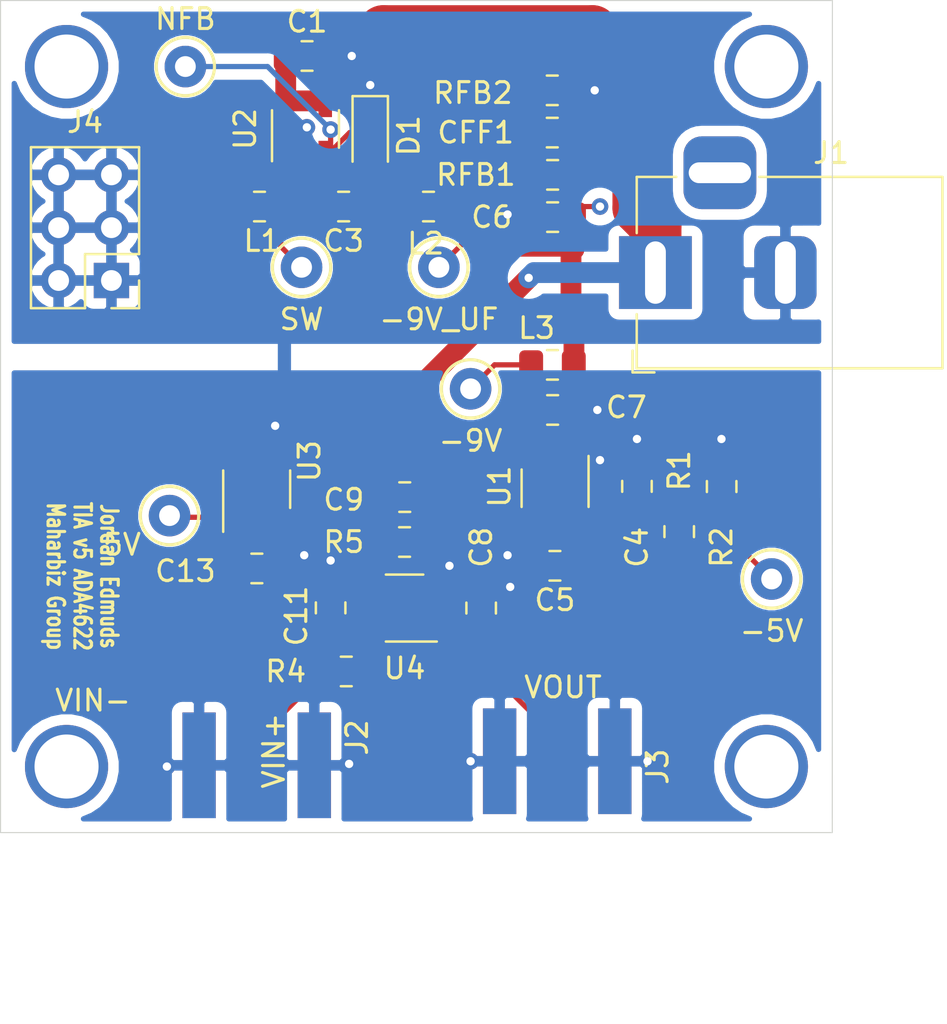
<source format=kicad_pcb>
(kicad_pcb (version 20171130) (host pcbnew "(5.1.6-0-10_14)")

  (general
    (thickness 1.6)
    (drawings 8)
    (tracks 166)
    (zones 0)
    (modules 39)
    (nets 16)
  )

  (page A4)
  (layers
    (0 F.Cu signal)
    (31 B.Cu signal)
    (32 B.Adhes user)
    (33 F.Adhes user)
    (34 B.Paste user)
    (35 F.Paste user)
    (36 B.SilkS user)
    (37 F.SilkS user)
    (38 B.Mask user)
    (39 F.Mask user)
    (40 Dwgs.User user)
    (41 Cmts.User user)
    (42 Eco1.User user)
    (43 Eco2.User user)
    (44 Edge.Cuts user)
    (45 Margin user)
    (46 B.CrtYd user)
    (47 F.CrtYd user)
    (48 B.Fab user)
    (49 F.Fab user hide)
  )

  (setup
    (last_trace_width 1)
    (user_trace_width 1)
    (user_trace_width 2.5)
    (trace_clearance 0.2)
    (zone_clearance 0.508)
    (zone_45_only no)
    (trace_min 0.2)
    (via_size 0.8)
    (via_drill 0.4)
    (via_min_size 0.4)
    (via_min_drill 0.3)
    (uvia_size 0.3)
    (uvia_drill 0.1)
    (uvias_allowed no)
    (uvia_min_size 0.2)
    (uvia_min_drill 0.1)
    (edge_width 0.05)
    (segment_width 0.2)
    (pcb_text_width 0.3)
    (pcb_text_size 1.5 1.5)
    (mod_edge_width 0.12)
    (mod_text_size 1 1)
    (mod_text_width 0.15)
    (pad_size 1.524 1.524)
    (pad_drill 0.762)
    (pad_to_mask_clearance 0.05)
    (aux_axis_origin 0 0)
    (visible_elements FFFFFF7F)
    (pcbplotparams
      (layerselection 0x010fc_ffffffff)
      (usegerberextensions false)
      (usegerberattributes true)
      (usegerberadvancedattributes true)
      (creategerberjobfile true)
      (excludeedgelayer true)
      (linewidth 0.100000)
      (plotframeref false)
      (viasonmask false)
      (mode 1)
      (useauxorigin false)
      (hpglpennumber 1)
      (hpglpenspeed 20)
      (hpglpendiameter 15.000000)
      (psnegative false)
      (psa4output false)
      (plotreference true)
      (plotvalue true)
      (plotinvisibletext false)
      (padsonsilk false)
      (subtractmaskfromsilk false)
      (outputformat 1)
      (mirror false)
      (drillshape 0)
      (scaleselection 1)
      (outputdirectory "gerbers"))
  )

  (net 0 "")
  (net 1 GND)
  (net 2 VDD)
  (net 3 "Net-(U3-Pad5)")
  (net 4 "Net-(U3-Pad3)")
  (net 5 /VOP-)
  (net 6 /VOUT)
  (net 7 /VIN-)
  (net 8 -9V)
  (net 9 "Net-(C3-Pad2)")
  (net 10 -5V)
  (net 11 +5V)
  (net 12 "Net-(CFF1-Pad2)")
  (net 13 /DTOP)
  (net 14 /VFB)
  (net 15 /-9V_UF)

  (net_class Default "This is the default net class."
    (clearance 0.2)
    (trace_width 0.25)
    (via_dia 0.8)
    (via_drill 0.4)
    (uvia_dia 0.3)
    (uvia_drill 0.1)
    (add_net +5V)
    (add_net -5V)
    (add_net -9V)
    (add_net /-9V_UF)
    (add_net /DTOP)
    (add_net /VFB)
    (add_net /VIN-)
    (add_net /VOP-)
    (add_net /VOUT)
    (add_net GND)
    (add_net "Net-(C3-Pad2)")
    (add_net "Net-(CFF1-Pad2)")
    (add_net "Net-(U3-Pad3)")
    (add_net "Net-(U3-Pad5)")
    (add_net VDD)
  )

  (module Package_TO_SOT_SMD:SOT-23-5_HandSoldering (layer F.Cu) (tedit 5A0AB76C) (tstamp 6038A8E5)
    (at 95.311 78.566 90)
    (descr "5-pin SOT23 package")
    (tags "SOT-23-5 hand-soldering")
    (path /603B5815)
    (attr smd)
    (fp_text reference U2 (at 0 -2.9 90) (layer F.SilkS)
      (effects (font (size 1 1) (thickness 0.15)))
    )
    (fp_text value LM2611 (at 0 2.9 90) (layer F.Fab)
      (effects (font (size 1 1) (thickness 0.15)))
    )
    (fp_line (start 2.38 1.8) (end -2.38 1.8) (layer F.CrtYd) (width 0.05))
    (fp_line (start 2.38 1.8) (end 2.38 -1.8) (layer F.CrtYd) (width 0.05))
    (fp_line (start -2.38 -1.8) (end -2.38 1.8) (layer F.CrtYd) (width 0.05))
    (fp_line (start -2.38 -1.8) (end 2.38 -1.8) (layer F.CrtYd) (width 0.05))
    (fp_line (start 0.9 -1.55) (end 0.9 1.55) (layer F.Fab) (width 0.1))
    (fp_line (start 0.9 1.55) (end -0.9 1.55) (layer F.Fab) (width 0.1))
    (fp_line (start -0.9 -0.9) (end -0.9 1.55) (layer F.Fab) (width 0.1))
    (fp_line (start 0.9 -1.55) (end -0.25 -1.55) (layer F.Fab) (width 0.1))
    (fp_line (start -0.9 -0.9) (end -0.25 -1.55) (layer F.Fab) (width 0.1))
    (fp_line (start 0.9 -1.61) (end -1.55 -1.61) (layer F.SilkS) (width 0.12))
    (fp_line (start -0.9 1.61) (end 0.9 1.61) (layer F.SilkS) (width 0.12))
    (fp_text user %R (at 0 0) (layer F.Fab)
      (effects (font (size 0.5 0.5) (thickness 0.075)))
    )
    (pad 5 smd rect (at 1.35 -0.95 90) (size 1.56 0.65) (layers F.Cu F.Paste F.Mask)
      (net 2 VDD))
    (pad 4 smd rect (at 1.35 0.95 90) (size 1.56 0.65) (layers F.Cu F.Paste F.Mask)
      (net 2 VDD))
    (pad 3 smd rect (at -1.35 0.95 90) (size 1.56 0.65) (layers F.Cu F.Paste F.Mask)
      (net 12 "Net-(CFF1-Pad2)"))
    (pad 2 smd rect (at -1.35 0 90) (size 1.56 0.65) (layers F.Cu F.Paste F.Mask)
      (net 1 GND))
    (pad 1 smd rect (at -1.35 -0.95 90) (size 1.56 0.65) (layers F.Cu F.Paste F.Mask)
      (net 9 "Net-(C3-Pad2)"))
    (model ${KISYS3DMOD}/Package_TO_SOT_SMD.3dshapes/SOT-23-5.wrl
      (at (xyz 0 0 0))
      (scale (xyz 1 1 1))
      (rotate (xyz 0 0 0))
    )
  )

  (module Package_TO_SOT_SMD:SOT-23-5_HandSoldering (layer F.Cu) (tedit 5A0AB76C) (tstamp 6038497A)
    (at 107.315 95.838 270)
    (descr "5-pin SOT23 package")
    (tags "SOT-23-5 hand-soldering")
    (path /6037F242)
    (attr smd)
    (fp_text reference U1 (at -0.08 2.667 270) (layer F.SilkS)
      (effects (font (size 1 1) (thickness 0.15)))
    )
    (fp_text value TPS723 (at 0 2.9 90) (layer F.Fab)
      (effects (font (size 1 1) (thickness 0.15)))
    )
    (fp_line (start 2.38 1.8) (end -2.38 1.8) (layer F.CrtYd) (width 0.05))
    (fp_line (start 2.38 1.8) (end 2.38 -1.8) (layer F.CrtYd) (width 0.05))
    (fp_line (start -2.38 -1.8) (end -2.38 1.8) (layer F.CrtYd) (width 0.05))
    (fp_line (start -2.38 -1.8) (end 2.38 -1.8) (layer F.CrtYd) (width 0.05))
    (fp_line (start 0.9 -1.55) (end 0.9 1.55) (layer F.Fab) (width 0.1))
    (fp_line (start 0.9 1.55) (end -0.9 1.55) (layer F.Fab) (width 0.1))
    (fp_line (start -0.9 -0.9) (end -0.9 1.55) (layer F.Fab) (width 0.1))
    (fp_line (start 0.9 -1.55) (end -0.25 -1.55) (layer F.Fab) (width 0.1))
    (fp_line (start -0.9 -0.9) (end -0.25 -1.55) (layer F.Fab) (width 0.1))
    (fp_line (start 0.9 -1.61) (end -1.55 -1.61) (layer F.SilkS) (width 0.12))
    (fp_line (start -0.9 1.61) (end 0.9 1.61) (layer F.SilkS) (width 0.12))
    (fp_text user %R (at 0 0) (layer F.Fab)
      (effects (font (size 0.5 0.5) (thickness 0.075)))
    )
    (pad 5 smd rect (at 1.35 -0.95 270) (size 1.56 0.65) (layers F.Cu F.Paste F.Mask)
      (net 10 -5V))
    (pad 4 smd rect (at 1.35 0.95 270) (size 1.56 0.65) (layers F.Cu F.Paste F.Mask)
      (net 14 /VFB))
    (pad 3 smd rect (at -1.35 0.95 270) (size 1.56 0.65) (layers F.Cu F.Paste F.Mask)
      (net 8 -9V))
    (pad 2 smd rect (at -1.35 0 270) (size 1.56 0.65) (layers F.Cu F.Paste F.Mask)
      (net 8 -9V))
    (pad 1 smd rect (at -1.35 -0.95 270) (size 1.56 0.65) (layers F.Cu F.Paste F.Mask)
      (net 1 GND))
    (model ${KISYS3DMOD}/Package_TO_SOT_SMD.3dshapes/SOT-23-5.wrl
      (at (xyz 0 0 0))
      (scale (xyz 1 1 1))
      (rotate (xyz 0 0 0))
    )
  )

  (module Resistor_SMD:R_0805_2012Metric_Pad1.15x1.40mm_HandSolder (layer F.Cu) (tedit 5B36C52B) (tstamp 60385D22)
    (at 97.273 104.648 180)
    (descr "Resistor SMD 0805 (2012 Metric), square (rectangular) end terminal, IPC_7351 nominal with elongated pad for handsoldering. (Body size source: https://docs.google.com/spreadsheets/d/1BsfQQcO9C6DZCsRaXUlFlo91Tg2WpOkGARC1WS5S8t0/edit?usp=sharing), generated with kicad-footprint-generator")
    (tags "resistor handsolder")
    (path /6007EA73)
    (attr smd)
    (fp_text reference R4 (at 2.912 0) (layer F.SilkS)
      (effects (font (size 1 1) (thickness 0.15)))
    )
    (fp_text value 0R (at 0 1.65) (layer F.Fab)
      (effects (font (size 1 1) (thickness 0.15)))
    )
    (fp_line (start 1.85 0.95) (end -1.85 0.95) (layer F.CrtYd) (width 0.05))
    (fp_line (start 1.85 -0.95) (end 1.85 0.95) (layer F.CrtYd) (width 0.05))
    (fp_line (start -1.85 -0.95) (end 1.85 -0.95) (layer F.CrtYd) (width 0.05))
    (fp_line (start -1.85 0.95) (end -1.85 -0.95) (layer F.CrtYd) (width 0.05))
    (fp_line (start -0.261252 0.71) (end 0.261252 0.71) (layer F.SilkS) (width 0.12))
    (fp_line (start -0.261252 -0.71) (end 0.261252 -0.71) (layer F.SilkS) (width 0.12))
    (fp_line (start 1 0.6) (end -1 0.6) (layer F.Fab) (width 0.1))
    (fp_line (start 1 -0.6) (end 1 0.6) (layer F.Fab) (width 0.1))
    (fp_line (start -1 -0.6) (end 1 -0.6) (layer F.Fab) (width 0.1))
    (fp_line (start -1 0.6) (end -1 -0.6) (layer F.Fab) (width 0.1))
    (fp_text user %R (at 0 0) (layer F.Fab)
      (effects (font (size 0.5 0.5) (thickness 0.08)))
    )
    (pad 2 smd roundrect (at 1.025 0 180) (size 1.15 1.4) (layers F.Cu F.Paste F.Mask) (roundrect_rratio 0.217391)
      (net 7 /VIN-))
    (pad 1 smd roundrect (at -1.025 0 180) (size 1.15 1.4) (layers F.Cu F.Paste F.Mask) (roundrect_rratio 0.217391)
      (net 5 /VOP-))
    (model ${KISYS3DMOD}/Resistor_SMD.3dshapes/R_0805_2012Metric.wrl
      (at (xyz 0 0 0))
      (scale (xyz 1 1 1))
      (rotate (xyz 0 0 0))
    )
  )

  (module Resistor_SMD:R_0805_2012Metric_Pad1.15x1.40mm_HandSolder (layer F.Cu) (tedit 5B36C52B) (tstamp 60385D33)
    (at 100.076 98.425 180)
    (descr "Resistor SMD 0805 (2012 Metric), square (rectangular) end terminal, IPC_7351 nominal with elongated pad for handsoldering. (Body size source: https://docs.google.com/spreadsheets/d/1BsfQQcO9C6DZCsRaXUlFlo91Tg2WpOkGARC1WS5S8t0/edit?usp=sharing), generated with kicad-footprint-generator")
    (tags "resistor handsolder")
    (path /60069E35)
    (attr smd)
    (fp_text reference R5 (at 2.921 0) (layer F.SilkS)
      (effects (font (size 1 1) (thickness 0.15)))
    )
    (fp_text value 1M (at 0 1.65) (layer F.Fab)
      (effects (font (size 1 1) (thickness 0.15)))
    )
    (fp_line (start 1.85 0.95) (end -1.85 0.95) (layer F.CrtYd) (width 0.05))
    (fp_line (start 1.85 -0.95) (end 1.85 0.95) (layer F.CrtYd) (width 0.05))
    (fp_line (start -1.85 -0.95) (end 1.85 -0.95) (layer F.CrtYd) (width 0.05))
    (fp_line (start -1.85 0.95) (end -1.85 -0.95) (layer F.CrtYd) (width 0.05))
    (fp_line (start -0.261252 0.71) (end 0.261252 0.71) (layer F.SilkS) (width 0.12))
    (fp_line (start -0.261252 -0.71) (end 0.261252 -0.71) (layer F.SilkS) (width 0.12))
    (fp_line (start 1 0.6) (end -1 0.6) (layer F.Fab) (width 0.1))
    (fp_line (start 1 -0.6) (end 1 0.6) (layer F.Fab) (width 0.1))
    (fp_line (start -1 -0.6) (end 1 -0.6) (layer F.Fab) (width 0.1))
    (fp_line (start -1 0.6) (end -1 -0.6) (layer F.Fab) (width 0.1))
    (fp_text user %R (at 0 0) (layer F.Fab)
      (effects (font (size 0.5 0.5) (thickness 0.08)))
    )
    (pad 2 smd roundrect (at 1.025 0 180) (size 1.15 1.4) (layers F.Cu F.Paste F.Mask) (roundrect_rratio 0.217391)
      (net 5 /VOP-))
    (pad 1 smd roundrect (at -1.025 0 180) (size 1.15 1.4) (layers F.Cu F.Paste F.Mask) (roundrect_rratio 0.217391)
      (net 6 /VOUT))
    (model ${KISYS3DMOD}/Resistor_SMD.3dshapes/R_0805_2012Metric.wrl
      (at (xyz 0 0 0))
      (scale (xyz 1 1 1))
      (rotate (xyz 0 0 0))
    )
  )

  (module my_library_foot:CON-SMA-EDGE-S (layer F.Cu) (tedit 5F90BEC2) (tstamp 60385C3B)
    (at 107.418 107.246 90)
    (descr "Molex SMA RF Connectors, Edge Mount, (http://www.molex.com/pdm_docs/sd/732511150_sd.pdf)")
    (tags "sma edge")
    (path /6006FAB5)
    (attr smd)
    (fp_text reference J3 (at -1.9812 4.826 90) (layer F.SilkS)
      (effects (font (size 1 1) (thickness 0.15)))
    )
    (fp_text value Conn_Coaxial (at -1.72 -7.11 90) (layer F.Fab)
      (effects (font (size 1 1) (thickness 0.15)))
    )
    (fp_line (start -14.097 3.81) (end -14.097 -3.683) (layer B.CrtYd) (width 0.12))
    (fp_line (start 0.889 3.81) (end -14.097 3.81) (layer B.CrtYd) (width 0.12))
    (fp_line (start 0.889 -3.683) (end 0.889 3.81) (layer B.CrtYd) (width 0.12))
    (fp_line (start -14.097 -3.683) (end 0.889 -3.683) (layer B.CrtYd) (width 0.12))
    (fp_line (start -14.097 -3.683) (end 0.889 -3.683) (layer F.CrtYd) (width 0.12))
    (fp_line (start -14.097 3.81) (end -14.097 -3.683) (layer F.CrtYd) (width 0.12))
    (fp_line (start 0.889 3.81) (end -14.097 3.81) (layer F.CrtYd) (width 0.12))
    (fp_line (start 0.889 -3.683) (end 0.889 3.81) (layer F.CrtYd) (width 0.12))
    (fp_line (start -13.79 2.65) (end -5.91 2.65) (layer F.Fab) (width 0.1))
    (fp_line (start -13.79 -2.65) (end -13.79 2.65) (layer F.Fab) (width 0.1))
    (fp_line (start -13.79 -2.65) (end -5.98 -2.65) (layer F.Fab) (width 0.1))
    (fp_line (start 1.5856 -0.25) (end 1.0856 0) (layer F.Fab) (width 0.1))
    (fp_line (start 1.0856 0) (end 1.5856 0.25) (layer F.Fab) (width 0.1))
    (fp_line (start 1.5856 0.25) (end 1.5856 -0.25) (layer F.Fab) (width 0.1))
    (fp_line (start -5.9055 -3.18) (end -5.9055 3.18) (layer F.Fab) (width 0.12))
    (fp_line (start -5.9055 -3.2385) (end -4.2555 -3.2385) (layer F.Fab) (width 0.12))
    (fp_line (start -5.9055 3.175) (end -4.2555 3.175) (layer F.Fab) (width 0.12))
    (fp_line (start -4.2545 -3.2385) (end -4.2555 3.175) (layer F.Fab) (width 0.12))
    (fp_line (start -4.2545 -3.2385) (end -0.4445 -3.2385) (layer F.Fab) (width 0.12))
    (fp_line (start -4.2545 -2.4285) (end -0.4445 -2.4285) (layer F.Fab) (width 0.12))
    (fp_line (start -0.4445 -3.2385) (end -0.4445 -2.4285) (layer F.Fab) (width 0.12))
    (fp_line (start -4.191 -0.4445) (end -0.381 -0.4445) (layer F.Fab) (width 0.12))
    (fp_line (start -0.381 -0.4445) (end -0.381 0.3655) (layer F.Fab) (width 0.12))
    (fp_line (start -4.191 0.3655) (end -0.381 0.3655) (layer F.Fab) (width 0.12))
    (fp_line (start -4.191 2.3495) (end -0.381 2.3495) (layer F.Fab) (width 0.12))
    (fp_line (start -0.381 2.3495) (end -0.381 3.1595) (layer F.Fab) (width 0.12))
    (fp_line (start -4.191 3.1595) (end -0.381 3.1595) (layer F.Fab) (width 0.12))
    (pad 2 smd rect (at -1.72 2.77 90) (size 5.08 1.6) (layers B.Cu B.Paste B.Mask)
      (net 1 GND))
    (pad 2 smd rect (at -1.72 -2.77 90) (size 5.08 1.6) (layers B.Cu B.Paste B.Mask)
      (net 1 GND))
    (pad 2 smd rect (at -1.72 2.77 90) (size 5.08 1.6) (layers F.Cu F.Paste F.Mask)
      (net 1 GND))
    (pad 2 smd rect (at -1.72 -2.77 90) (size 5.08 1.6) (layers F.Cu F.Paste F.Mask)
      (net 1 GND))
    (pad 1 smd rect (at -1.72 0 90) (size 5.08 1.6) (layers F.Cu F.Paste F.Mask)
      (net 6 /VOUT))
    (model ${KISYS3DMOD}/Connector_Coaxial.3dshapes/SMA_Molex_73251-1153_EdgeMount_Horizontal.wrl
      (at (xyz 0 0 0))
      (scale (xyz 1 1 1))
      (rotate (xyz 0 0 0))
    )
  )

  (module Capacitor_SMD:C_0805_2012Metric_Pad1.15x1.40mm_HandSolder (layer F.Cu) (tedit 5B36C52B) (tstamp 60385B1F)
    (at 92.973 99.695)
    (descr "Capacitor SMD 0805 (2012 Metric), square (rectangular) end terminal, IPC_7351 nominal with elongated pad for handsoldering. (Body size source: https://docs.google.com/spreadsheets/d/1BsfQQcO9C6DZCsRaXUlFlo91Tg2WpOkGARC1WS5S8t0/edit?usp=sharing), generated with kicad-footprint-generator")
    (tags "capacitor handsolder")
    (path /60071AFA)
    (attr smd)
    (fp_text reference C13 (at -3.438 0.127) (layer F.SilkS)
      (effects (font (size 1 1) (thickness 0.15)))
    )
    (fp_text value 10uF (at 0 1.65) (layer F.Fab)
      (effects (font (size 1 1) (thickness 0.15)))
    )
    (fp_line (start 1.85 0.95) (end -1.85 0.95) (layer F.CrtYd) (width 0.05))
    (fp_line (start 1.85 -0.95) (end 1.85 0.95) (layer F.CrtYd) (width 0.05))
    (fp_line (start -1.85 -0.95) (end 1.85 -0.95) (layer F.CrtYd) (width 0.05))
    (fp_line (start -1.85 0.95) (end -1.85 -0.95) (layer F.CrtYd) (width 0.05))
    (fp_line (start -0.261252 0.71) (end 0.261252 0.71) (layer F.SilkS) (width 0.12))
    (fp_line (start -0.261252 -0.71) (end 0.261252 -0.71) (layer F.SilkS) (width 0.12))
    (fp_line (start 1 0.6) (end -1 0.6) (layer F.Fab) (width 0.1))
    (fp_line (start 1 -0.6) (end 1 0.6) (layer F.Fab) (width 0.1))
    (fp_line (start -1 -0.6) (end 1 -0.6) (layer F.Fab) (width 0.1))
    (fp_line (start -1 0.6) (end -1 -0.6) (layer F.Fab) (width 0.1))
    (fp_text user %R (at 0 0) (layer F.Fab)
      (effects (font (size 0.5 0.5) (thickness 0.08)))
    )
    (pad 2 smd roundrect (at 1.025 0) (size 1.15 1.4) (layers F.Cu F.Paste F.Mask) (roundrect_rratio 0.217391)
      (net 1 GND))
    (pad 1 smd roundrect (at -1.025 0) (size 1.15 1.4) (layers F.Cu F.Paste F.Mask) (roundrect_rratio 0.217391)
      (net 11 +5V))
    (model ${KISYS3DMOD}/Capacitor_SMD.3dshapes/C_0805_2012Metric.wrl
      (at (xyz 0 0 0))
      (scale (xyz 1 1 1))
      (rotate (xyz 0 0 0))
    )
  )

  (module Capacitor_SMD:C_0805_2012Metric_Pad1.15x1.40mm_HandSolder (layer F.Cu) (tedit 5B36C52B) (tstamp 60388B85)
    (at 96.52 101.591 270)
    (descr "Capacitor SMD 0805 (2012 Metric), square (rectangular) end terminal, IPC_7351 nominal with elongated pad for handsoldering. (Body size source: https://docs.google.com/spreadsheets/d/1BsfQQcO9C6DZCsRaXUlFlo91Tg2WpOkGARC1WS5S8t0/edit?usp=sharing), generated with kicad-footprint-generator")
    (tags "capacitor handsolder")
    (path /6002D9D3)
    (attr smd)
    (fp_text reference C11 (at 0.39 1.651 90) (layer F.SilkS)
      (effects (font (size 1 1) (thickness 0.15)))
    )
    (fp_text value 100nF (at 0 1.65 90) (layer F.Fab)
      (effects (font (size 1 1) (thickness 0.15)))
    )
    (fp_line (start 1.85 0.95) (end -1.85 0.95) (layer F.CrtYd) (width 0.05))
    (fp_line (start 1.85 -0.95) (end 1.85 0.95) (layer F.CrtYd) (width 0.05))
    (fp_line (start -1.85 -0.95) (end 1.85 -0.95) (layer F.CrtYd) (width 0.05))
    (fp_line (start -1.85 0.95) (end -1.85 -0.95) (layer F.CrtYd) (width 0.05))
    (fp_line (start -0.261252 0.71) (end 0.261252 0.71) (layer F.SilkS) (width 0.12))
    (fp_line (start -0.261252 -0.71) (end 0.261252 -0.71) (layer F.SilkS) (width 0.12))
    (fp_line (start 1 0.6) (end -1 0.6) (layer F.Fab) (width 0.1))
    (fp_line (start 1 -0.6) (end 1 0.6) (layer F.Fab) (width 0.1))
    (fp_line (start -1 -0.6) (end 1 -0.6) (layer F.Fab) (width 0.1))
    (fp_line (start -1 0.6) (end -1 -0.6) (layer F.Fab) (width 0.1))
    (fp_text user %R (at 0 0 90) (layer F.Fab)
      (effects (font (size 0.5 0.5) (thickness 0.08)))
    )
    (pad 2 smd roundrect (at 1.025 0 270) (size 1.15 1.4) (layers F.Cu F.Paste F.Mask) (roundrect_rratio 0.217391)
      (net 11 +5V))
    (pad 1 smd roundrect (at -1.025 0 270) (size 1.15 1.4) (layers F.Cu F.Paste F.Mask) (roundrect_rratio 0.217391)
      (net 1 GND))
    (model ${KISYS3DMOD}/Capacitor_SMD.3dshapes/C_0805_2012Metric.wrl
      (at (xyz 0 0 0))
      (scale (xyz 1 1 1))
      (rotate (xyz 0 0 0))
    )
  )

  (module Capacitor_SMD:C_0805_2012Metric_Pad1.15x1.40mm_HandSolder (layer F.Cu) (tedit 5B36C52B) (tstamp 60385AEC)
    (at 100.085 96.266 180)
    (descr "Capacitor SMD 0805 (2012 Metric), square (rectangular) end terminal, IPC_7351 nominal with elongated pad for handsoldering. (Body size source: https://docs.google.com/spreadsheets/d/1BsfQQcO9C6DZCsRaXUlFlo91Tg2WpOkGARC1WS5S8t0/edit?usp=sharing), generated with kicad-footprint-generator")
    (tags "capacitor handsolder")
    (path /6007AB63)
    (attr smd)
    (fp_text reference C9 (at 2.93 -0.127) (layer F.SilkS)
      (effects (font (size 1 1) (thickness 0.15)))
    )
    (fp_text value 3pF (at 0 1.65) (layer F.Fab)
      (effects (font (size 1 1) (thickness 0.15)))
    )
    (fp_line (start 1.85 0.95) (end -1.85 0.95) (layer F.CrtYd) (width 0.05))
    (fp_line (start 1.85 -0.95) (end 1.85 0.95) (layer F.CrtYd) (width 0.05))
    (fp_line (start -1.85 -0.95) (end 1.85 -0.95) (layer F.CrtYd) (width 0.05))
    (fp_line (start -1.85 0.95) (end -1.85 -0.95) (layer F.CrtYd) (width 0.05))
    (fp_line (start -0.261252 0.71) (end 0.261252 0.71) (layer F.SilkS) (width 0.12))
    (fp_line (start -0.261252 -0.71) (end 0.261252 -0.71) (layer F.SilkS) (width 0.12))
    (fp_line (start 1 0.6) (end -1 0.6) (layer F.Fab) (width 0.1))
    (fp_line (start 1 -0.6) (end 1 0.6) (layer F.Fab) (width 0.1))
    (fp_line (start -1 -0.6) (end 1 -0.6) (layer F.Fab) (width 0.1))
    (fp_line (start -1 0.6) (end -1 -0.6) (layer F.Fab) (width 0.1))
    (fp_text user %R (at 0 0) (layer F.Fab)
      (effects (font (size 0.5 0.5) (thickness 0.08)))
    )
    (pad 2 smd roundrect (at 1.025 0 180) (size 1.15 1.4) (layers F.Cu F.Paste F.Mask) (roundrect_rratio 0.217391)
      (net 5 /VOP-))
    (pad 1 smd roundrect (at -1.025 0 180) (size 1.15 1.4) (layers F.Cu F.Paste F.Mask) (roundrect_rratio 0.217391)
      (net 6 /VOUT))
    (model ${KISYS3DMOD}/Capacitor_SMD.3dshapes/C_0805_2012Metric.wrl
      (at (xyz 0 0 0))
      (scale (xyz 1 1 1))
      (rotate (xyz 0 0 0))
    )
  )

  (module Package_TO_SOT_SMD:SOT-23-5_HandSoldering (layer F.Cu) (tedit 5A0AB76C) (tstamp 60388750)
    (at 100.076 101.6 180)
    (descr "5-pin SOT23 package")
    (tags "SOT-23-5 hand-soldering")
    (path /603A567B)
    (attr smd)
    (fp_text reference U4 (at 0 -2.9) (layer F.SilkS)
      (effects (font (size 1 1) (thickness 0.15)))
    )
    (fp_text value ADA4622 (at 0 2.9) (layer F.Fab)
      (effects (font (size 1 1) (thickness 0.15)))
    )
    (fp_line (start 2.38 1.8) (end -2.38 1.8) (layer F.CrtYd) (width 0.05))
    (fp_line (start 2.38 1.8) (end 2.38 -1.8) (layer F.CrtYd) (width 0.05))
    (fp_line (start -2.38 -1.8) (end -2.38 1.8) (layer F.CrtYd) (width 0.05))
    (fp_line (start -2.38 -1.8) (end 2.38 -1.8) (layer F.CrtYd) (width 0.05))
    (fp_line (start 0.9 -1.55) (end 0.9 1.55) (layer F.Fab) (width 0.1))
    (fp_line (start 0.9 1.55) (end -0.9 1.55) (layer F.Fab) (width 0.1))
    (fp_line (start -0.9 -0.9) (end -0.9 1.55) (layer F.Fab) (width 0.1))
    (fp_line (start 0.9 -1.55) (end -0.25 -1.55) (layer F.Fab) (width 0.1))
    (fp_line (start -0.9 -0.9) (end -0.25 -1.55) (layer F.Fab) (width 0.1))
    (fp_line (start 0.9 -1.61) (end -1.55 -1.61) (layer F.SilkS) (width 0.12))
    (fp_line (start -0.9 1.61) (end 0.9 1.61) (layer F.SilkS) (width 0.12))
    (fp_text user %R (at 0 0 90) (layer F.Fab)
      (effects (font (size 0.5 0.5) (thickness 0.075)))
    )
    (pad 5 smd rect (at 1.35 -0.95 180) (size 1.56 0.65) (layers F.Cu F.Paste F.Mask)
      (net 11 +5V))
    (pad 4 smd rect (at 1.35 0.95 180) (size 1.56 0.65) (layers F.Cu F.Paste F.Mask)
      (net 5 /VOP-))
    (pad 3 smd rect (at -1.35 0.95 180) (size 1.56 0.65) (layers F.Cu F.Paste F.Mask)
      (net 1 GND))
    (pad 2 smd rect (at -1.35 0 180) (size 1.56 0.65) (layers F.Cu F.Paste F.Mask)
      (net 10 -5V))
    (pad 1 smd rect (at -1.35 -0.95 180) (size 1.56 0.65) (layers F.Cu F.Paste F.Mask)
      (net 6 /VOUT))
    (model ${KISYS3DMOD}/Package_TO_SOT_SMD.3dshapes/SOT-23-5.wrl
      (at (xyz 0 0 0))
      (scale (xyz 1 1 1))
      (rotate (xyz 0 0 0))
    )
  )

  (module my_library_foot:TestPoint_Keystone_5000-5004_Miniature (layer F.Cu) (tedit 5EF69EC3) (tstamp 60384965)
    (at 89.535 75.565)
    (descr "Keystone Miniature THM Test Point 5000-5004, http://www.keyelco.com/product-pdf.cfm?p=1309")
    (tags "Through Hole Mount Test Points")
    (path /6044873E)
    (fp_text reference TP6 (at 0.3175 -2.4765) (layer F.Fab)
      (effects (font (size 1 1) (thickness 0.15)))
    )
    (fp_text value NFB (at 0 -2.286) (layer F.SilkS)
      (effects (font (size 1 1) (thickness 0.15)))
    )
    (fp_line (start -0.75 -0.25) (end 0.75 -0.25) (layer F.Fab) (width 0.15))
    (fp_line (start 0.75 -0.25) (end 0.75 0.25) (layer F.Fab) (width 0.15))
    (fp_line (start 0.75 0.25) (end -0.75 0.25) (layer F.Fab) (width 0.15))
    (fp_line (start -0.75 0.25) (end -0.75 -0.25) (layer F.Fab) (width 0.15))
    (fp_circle (center 0 0) (end 1.65 0) (layer F.CrtYd) (width 0.05))
    (fp_circle (center 0 0) (end 1.25 0) (layer F.Fab) (width 0.15))
    (fp_circle (center 0 0) (end 1.4 0) (layer F.SilkS) (width 0.15))
    (pad 1 thru_hole circle (at 0 0) (size 2 2) (drill 1) (layers *.Cu *.Mask)
      (net 12 "Net-(CFF1-Pad2)"))
    (model ${KISYS3DMOD}/TestPoint.3dshapes/TestPoint_Keystone_5000-5004_Miniature.wrl
      (at (xyz 0 0 0))
      (scale (xyz 1 1 1))
      (rotate (xyz 0 0 0))
    )
  )

  (module my_library_foot:TestPoint_Keystone_5000-5004_Miniature (layer F.Cu) (tedit 5EF69EC3) (tstamp 60384959)
    (at 95.123 85.217)
    (descr "Keystone Miniature THM Test Point 5000-5004, http://www.keyelco.com/product-pdf.cfm?p=1309")
    (tags "Through Hole Mount Test Points")
    (path /6044820A)
    (fp_text reference TP5 (at 0.3175 -2.4765) (layer F.Fab)
      (effects (font (size 1 1) (thickness 0.15)))
    )
    (fp_text value SW (at 0 2.5) (layer F.SilkS)
      (effects (font (size 1 1) (thickness 0.15)))
    )
    (fp_line (start -0.75 -0.25) (end 0.75 -0.25) (layer F.Fab) (width 0.15))
    (fp_line (start 0.75 -0.25) (end 0.75 0.25) (layer F.Fab) (width 0.15))
    (fp_line (start 0.75 0.25) (end -0.75 0.25) (layer F.Fab) (width 0.15))
    (fp_line (start -0.75 0.25) (end -0.75 -0.25) (layer F.Fab) (width 0.15))
    (fp_circle (center 0 0) (end 1.65 0) (layer F.CrtYd) (width 0.05))
    (fp_circle (center 0 0) (end 1.25 0) (layer F.Fab) (width 0.15))
    (fp_circle (center 0 0) (end 1.4 0) (layer F.SilkS) (width 0.15))
    (pad 1 thru_hole circle (at 0 0) (size 2 2) (drill 1) (layers *.Cu *.Mask)
      (net 9 "Net-(C3-Pad2)"))
    (model ${KISYS3DMOD}/TestPoint.3dshapes/TestPoint_Keystone_5000-5004_Miniature.wrl
      (at (xyz 0 0 0))
      (scale (xyz 1 1 1))
      (rotate (xyz 0 0 0))
    )
  )

  (module my_library_foot:TestPoint_Keystone_5000-5004_Miniature (layer F.Cu) (tedit 5EF69EC3) (tstamp 6038494D)
    (at 101.727 85.217)
    (descr "Keystone Miniature THM Test Point 5000-5004, http://www.keyelco.com/product-pdf.cfm?p=1309")
    (tags "Through Hole Mount Test Points")
    (path /6043FF44)
    (fp_text reference TP4 (at 0.3175 -2.4765) (layer F.Fab)
      (effects (font (size 1 1) (thickness 0.15)))
    )
    (fp_text value -9V_UF (at 0 2.5) (layer F.SilkS)
      (effects (font (size 1 1) (thickness 0.15)))
    )
    (fp_line (start -0.75 -0.25) (end 0.75 -0.25) (layer F.Fab) (width 0.15))
    (fp_line (start 0.75 -0.25) (end 0.75 0.25) (layer F.Fab) (width 0.15))
    (fp_line (start 0.75 0.25) (end -0.75 0.25) (layer F.Fab) (width 0.15))
    (fp_line (start -0.75 0.25) (end -0.75 -0.25) (layer F.Fab) (width 0.15))
    (fp_circle (center 0 0) (end 1.65 0) (layer F.CrtYd) (width 0.05))
    (fp_circle (center 0 0) (end 1.25 0) (layer F.Fab) (width 0.15))
    (fp_circle (center 0 0) (end 1.4 0) (layer F.SilkS) (width 0.15))
    (pad 1 thru_hole circle (at 0 0) (size 2 2) (drill 1) (layers *.Cu *.Mask)
      (net 15 /-9V_UF))
    (model ${KISYS3DMOD}/TestPoint.3dshapes/TestPoint_Keystone_5000-5004_Miniature.wrl
      (at (xyz 0 0 0))
      (scale (xyz 1 1 1))
      (rotate (xyz 0 0 0))
    )
  )

  (module my_library_foot:TestPoint_Keystone_5000-5004_Miniature (layer F.Cu) (tedit 5EF69EC3) (tstamp 60384941)
    (at 117.729 100.203)
    (descr "Keystone Miniature THM Test Point 5000-5004, http://www.keyelco.com/product-pdf.cfm?p=1309")
    (tags "Through Hole Mount Test Points")
    (path /6043F245)
    (fp_text reference TP3 (at 0.3175 -2.4765) (layer F.Fab)
      (effects (font (size 1 1) (thickness 0.15)))
    )
    (fp_text value -5V (at 0 2.5) (layer F.SilkS)
      (effects (font (size 1 1) (thickness 0.15)))
    )
    (fp_line (start -0.75 -0.25) (end 0.75 -0.25) (layer F.Fab) (width 0.15))
    (fp_line (start 0.75 -0.25) (end 0.75 0.25) (layer F.Fab) (width 0.15))
    (fp_line (start 0.75 0.25) (end -0.75 0.25) (layer F.Fab) (width 0.15))
    (fp_line (start -0.75 0.25) (end -0.75 -0.25) (layer F.Fab) (width 0.15))
    (fp_circle (center 0 0) (end 1.65 0) (layer F.CrtYd) (width 0.05))
    (fp_circle (center 0 0) (end 1.25 0) (layer F.Fab) (width 0.15))
    (fp_circle (center 0 0) (end 1.4 0) (layer F.SilkS) (width 0.15))
    (pad 1 thru_hole circle (at 0 0) (size 2 2) (drill 1) (layers *.Cu *.Mask)
      (net 10 -5V))
    (model ${KISYS3DMOD}/TestPoint.3dshapes/TestPoint_Keystone_5000-5004_Miniature.wrl
      (at (xyz 0 0 0))
      (scale (xyz 1 1 1))
      (rotate (xyz 0 0 0))
    )
  )

  (module my_library_foot:TestPoint_Keystone_5000-5004_Miniature (layer F.Cu) (tedit 5EF69EC3) (tstamp 60384935)
    (at 103.251 91.059)
    (descr "Keystone Miniature THM Test Point 5000-5004, http://www.keyelco.com/product-pdf.cfm?p=1309")
    (tags "Through Hole Mount Test Points")
    (path /6043FA14)
    (fp_text reference TP2 (at 0.3175 -2.4765) (layer F.Fab)
      (effects (font (size 1 1) (thickness 0.15)))
    )
    (fp_text value -9V (at 0 2.5) (layer F.SilkS)
      (effects (font (size 1 1) (thickness 0.15)))
    )
    (fp_line (start -0.75 -0.25) (end 0.75 -0.25) (layer F.Fab) (width 0.15))
    (fp_line (start 0.75 -0.25) (end 0.75 0.25) (layer F.Fab) (width 0.15))
    (fp_line (start 0.75 0.25) (end -0.75 0.25) (layer F.Fab) (width 0.15))
    (fp_line (start -0.75 0.25) (end -0.75 -0.25) (layer F.Fab) (width 0.15))
    (fp_circle (center 0 0) (end 1.65 0) (layer F.CrtYd) (width 0.05))
    (fp_circle (center 0 0) (end 1.25 0) (layer F.Fab) (width 0.15))
    (fp_circle (center 0 0) (end 1.4 0) (layer F.SilkS) (width 0.15))
    (pad 1 thru_hole circle (at 0 0) (size 2 2) (drill 1) (layers *.Cu *.Mask)
      (net 8 -9V))
    (model ${KISYS3DMOD}/TestPoint.3dshapes/TestPoint_Keystone_5000-5004_Miniature.wrl
      (at (xyz 0 0 0))
      (scale (xyz 1 1 1))
      (rotate (xyz 0 0 0))
    )
  )

  (module Resistor_SMD:R_0805_2012Metric_Pad1.15x1.40mm_HandSolder (layer F.Cu) (tedit 5B36C52B) (tstamp 6038B64F)
    (at 107.179 76.708)
    (descr "Resistor SMD 0805 (2012 Metric), square (rectangular) end terminal, IPC_7351 nominal with elongated pad for handsoldering. (Body size source: https://docs.google.com/spreadsheets/d/1BsfQQcO9C6DZCsRaXUlFlo91Tg2WpOkGARC1WS5S8t0/edit?usp=sharing), generated with kicad-footprint-generator")
    (tags "resistor handsolder")
    (path /603BE403)
    (attr smd)
    (fp_text reference RFB2 (at -3.819 0.127) (layer F.SilkS)
      (effects (font (size 1 1) (thickness 0.15)))
    )
    (fp_text value 4.7k (at 0 1.65) (layer F.Fab)
      (effects (font (size 1 1) (thickness 0.15)))
    )
    (fp_line (start 1.85 0.95) (end -1.85 0.95) (layer F.CrtYd) (width 0.05))
    (fp_line (start 1.85 -0.95) (end 1.85 0.95) (layer F.CrtYd) (width 0.05))
    (fp_line (start -1.85 -0.95) (end 1.85 -0.95) (layer F.CrtYd) (width 0.05))
    (fp_line (start -1.85 0.95) (end -1.85 -0.95) (layer F.CrtYd) (width 0.05))
    (fp_line (start -0.261252 0.71) (end 0.261252 0.71) (layer F.SilkS) (width 0.12))
    (fp_line (start -0.261252 -0.71) (end 0.261252 -0.71) (layer F.SilkS) (width 0.12))
    (fp_line (start 1 0.6) (end -1 0.6) (layer F.Fab) (width 0.1))
    (fp_line (start 1 -0.6) (end 1 0.6) (layer F.Fab) (width 0.1))
    (fp_line (start -1 -0.6) (end 1 -0.6) (layer F.Fab) (width 0.1))
    (fp_line (start -1 0.6) (end -1 -0.6) (layer F.Fab) (width 0.1))
    (fp_text user %R (at 0 0) (layer F.Fab)
      (effects (font (size 0.5 0.5) (thickness 0.08)))
    )
    (pad 2 smd roundrect (at 1.025 0) (size 1.15 1.4) (layers F.Cu F.Paste F.Mask) (roundrect_rratio 0.217391)
      (net 1 GND))
    (pad 1 smd roundrect (at -1.025 0) (size 1.15 1.4) (layers F.Cu F.Paste F.Mask) (roundrect_rratio 0.217391)
      (net 12 "Net-(CFF1-Pad2)"))
    (model ${KISYS3DMOD}/Resistor_SMD.3dshapes/R_0805_2012Metric.wrl
      (at (xyz 0 0 0))
      (scale (xyz 1 1 1))
      (rotate (xyz 0 0 0))
    )
  )

  (module Resistor_SMD:R_0805_2012Metric_Pad1.15x1.40mm_HandSolder (layer F.Cu) (tedit 5B36C52B) (tstamp 6038490D)
    (at 107.197 80.772 180)
    (descr "Resistor SMD 0805 (2012 Metric), square (rectangular) end terminal, IPC_7351 nominal with elongated pad for handsoldering. (Body size source: https://docs.google.com/spreadsheets/d/1BsfQQcO9C6DZCsRaXUlFlo91Tg2WpOkGARC1WS5S8t0/edit?usp=sharing), generated with kicad-footprint-generator")
    (tags "resistor handsolder")
    (path /603BDA2F)
    (attr smd)
    (fp_text reference RFB1 (at 3.692 0) (layer F.SilkS)
      (effects (font (size 1 1) (thickness 0.15)))
    )
    (fp_text value 30k (at 0 1.65) (layer F.Fab)
      (effects (font (size 1 1) (thickness 0.15)))
    )
    (fp_line (start 1.85 0.95) (end -1.85 0.95) (layer F.CrtYd) (width 0.05))
    (fp_line (start 1.85 -0.95) (end 1.85 0.95) (layer F.CrtYd) (width 0.05))
    (fp_line (start -1.85 -0.95) (end 1.85 -0.95) (layer F.CrtYd) (width 0.05))
    (fp_line (start -1.85 0.95) (end -1.85 -0.95) (layer F.CrtYd) (width 0.05))
    (fp_line (start -0.261252 0.71) (end 0.261252 0.71) (layer F.SilkS) (width 0.12))
    (fp_line (start -0.261252 -0.71) (end 0.261252 -0.71) (layer F.SilkS) (width 0.12))
    (fp_line (start 1 0.6) (end -1 0.6) (layer F.Fab) (width 0.1))
    (fp_line (start 1 -0.6) (end 1 0.6) (layer F.Fab) (width 0.1))
    (fp_line (start -1 -0.6) (end 1 -0.6) (layer F.Fab) (width 0.1))
    (fp_line (start -1 0.6) (end -1 -0.6) (layer F.Fab) (width 0.1))
    (fp_text user %R (at 0 0) (layer F.Fab)
      (effects (font (size 0.5 0.5) (thickness 0.08)))
    )
    (pad 2 smd roundrect (at 1.025 0 180) (size 1.15 1.4) (layers F.Cu F.Paste F.Mask) (roundrect_rratio 0.217391)
      (net 12 "Net-(CFF1-Pad2)"))
    (pad 1 smd roundrect (at -1.025 0 180) (size 1.15 1.4) (layers F.Cu F.Paste F.Mask) (roundrect_rratio 0.217391)
      (net 15 /-9V_UF))
    (model ${KISYS3DMOD}/Resistor_SMD.3dshapes/R_0805_2012Metric.wrl
      (at (xyz 0 0 0))
      (scale (xyz 1 1 1))
      (rotate (xyz 0 0 0))
    )
  )

  (module Resistor_SMD:R_0805_2012Metric_Pad1.15x1.40mm_HandSolder (layer F.Cu) (tedit 5B36C52B) (tstamp 6038952D)
    (at 115.325 95.758 90)
    (descr "Resistor SMD 0805 (2012 Metric), square (rectangular) end terminal, IPC_7351 nominal with elongated pad for handsoldering. (Body size source: https://docs.google.com/spreadsheets/d/1BsfQQcO9C6DZCsRaXUlFlo91Tg2WpOkGARC1WS5S8t0/edit?usp=sharing), generated with kicad-footprint-generator")
    (tags "resistor handsolder")
    (path /60397E26)
    (attr smd)
    (fp_text reference R2 (at -2.921 -0.009 90) (layer F.SilkS)
      (effects (font (size 1 1) (thickness 0.15)))
    )
    (fp_text value 100k (at 0 1.65 90) (layer F.Fab)
      (effects (font (size 1 1) (thickness 0.15)))
    )
    (fp_line (start 1.85 0.95) (end -1.85 0.95) (layer F.CrtYd) (width 0.05))
    (fp_line (start 1.85 -0.95) (end 1.85 0.95) (layer F.CrtYd) (width 0.05))
    (fp_line (start -1.85 -0.95) (end 1.85 -0.95) (layer F.CrtYd) (width 0.05))
    (fp_line (start -1.85 0.95) (end -1.85 -0.95) (layer F.CrtYd) (width 0.05))
    (fp_line (start -0.261252 0.71) (end 0.261252 0.71) (layer F.SilkS) (width 0.12))
    (fp_line (start -0.261252 -0.71) (end 0.261252 -0.71) (layer F.SilkS) (width 0.12))
    (fp_line (start 1 0.6) (end -1 0.6) (layer F.Fab) (width 0.1))
    (fp_line (start 1 -0.6) (end 1 0.6) (layer F.Fab) (width 0.1))
    (fp_line (start -1 -0.6) (end 1 -0.6) (layer F.Fab) (width 0.1))
    (fp_line (start -1 0.6) (end -1 -0.6) (layer F.Fab) (width 0.1))
    (fp_text user %R (at 0 0 90) (layer F.Fab)
      (effects (font (size 0.5 0.5) (thickness 0.08)))
    )
    (pad 2 smd roundrect (at 1.025 0 90) (size 1.15 1.4) (layers F.Cu F.Paste F.Mask) (roundrect_rratio 0.217391)
      (net 1 GND))
    (pad 1 smd roundrect (at -1.025 0 90) (size 1.15 1.4) (layers F.Cu F.Paste F.Mask) (roundrect_rratio 0.217391)
      (net 14 /VFB))
    (model ${KISYS3DMOD}/Resistor_SMD.3dshapes/R_0805_2012Metric.wrl
      (at (xyz 0 0 0))
      (scale (xyz 1 1 1))
      (rotate (xyz 0 0 0))
    )
  )

  (module Resistor_SMD:R_0805_2012Metric_Pad1.15x1.40mm_HandSolder (layer F.Cu) (tedit 5B36C52B) (tstamp 6038488B)
    (at 113.284 97.926 90)
    (descr "Resistor SMD 0805 (2012 Metric), square (rectangular) end terminal, IPC_7351 nominal with elongated pad for handsoldering. (Body size source: https://docs.google.com/spreadsheets/d/1BsfQQcO9C6DZCsRaXUlFlo91Tg2WpOkGARC1WS5S8t0/edit?usp=sharing), generated with kicad-footprint-generator")
    (tags "resistor handsolder")
    (path /6039752F)
    (attr smd)
    (fp_text reference R1 (at 2.93 0 90) (layer F.SilkS)
      (effects (font (size 1 1) (thickness 0.15)))
    )
    (fp_text value 32k (at 0 1.65 90) (layer F.Fab)
      (effects (font (size 1 1) (thickness 0.15)))
    )
    (fp_line (start 1.85 0.95) (end -1.85 0.95) (layer F.CrtYd) (width 0.05))
    (fp_line (start 1.85 -0.95) (end 1.85 0.95) (layer F.CrtYd) (width 0.05))
    (fp_line (start -1.85 -0.95) (end 1.85 -0.95) (layer F.CrtYd) (width 0.05))
    (fp_line (start -1.85 0.95) (end -1.85 -0.95) (layer F.CrtYd) (width 0.05))
    (fp_line (start -0.261252 0.71) (end 0.261252 0.71) (layer F.SilkS) (width 0.12))
    (fp_line (start -0.261252 -0.71) (end 0.261252 -0.71) (layer F.SilkS) (width 0.12))
    (fp_line (start 1 0.6) (end -1 0.6) (layer F.Fab) (width 0.1))
    (fp_line (start 1 -0.6) (end 1 0.6) (layer F.Fab) (width 0.1))
    (fp_line (start -1 -0.6) (end 1 -0.6) (layer F.Fab) (width 0.1))
    (fp_line (start -1 0.6) (end -1 -0.6) (layer F.Fab) (width 0.1))
    (fp_text user %R (at 0 0 90) (layer F.Fab)
      (effects (font (size 0.5 0.5) (thickness 0.08)))
    )
    (pad 2 smd roundrect (at 1.025 0 90) (size 1.15 1.4) (layers F.Cu F.Paste F.Mask) (roundrect_rratio 0.217391)
      (net 14 /VFB))
    (pad 1 smd roundrect (at -1.025 0 90) (size 1.15 1.4) (layers F.Cu F.Paste F.Mask) (roundrect_rratio 0.217391)
      (net 10 -5V))
    (model ${KISYS3DMOD}/Resistor_SMD.3dshapes/R_0805_2012Metric.wrl
      (at (xyz 0 0 0))
      (scale (xyz 1 1 1))
      (rotate (xyz 0 0 0))
    )
  )

  (module Inductor_SMD:L_0805_2012Metric_Pad1.15x1.40mm_HandSolder (layer F.Cu) (tedit 5B36C52B) (tstamp 6038487A)
    (at 107.188 89.907 180)
    (descr "Capacitor SMD 0805 (2012 Metric), square (rectangular) end terminal, IPC_7351 nominal with elongated pad for handsoldering. (Body size source: https://docs.google.com/spreadsheets/d/1BsfQQcO9C6DZCsRaXUlFlo91Tg2WpOkGARC1WS5S8t0/edit?usp=sharing), generated with kicad-footprint-generator")
    (tags "inductor handsolder")
    (path /604017D7)
    (attr smd)
    (fp_text reference L3 (at 0.762 1.769) (layer F.SilkS)
      (effects (font (size 1 1) (thickness 0.15)))
    )
    (fp_text value 22uH (at 0 1.65) (layer F.Fab)
      (effects (font (size 1 1) (thickness 0.15)))
    )
    (fp_line (start 1.85 0.95) (end -1.85 0.95) (layer F.CrtYd) (width 0.05))
    (fp_line (start 1.85 -0.95) (end 1.85 0.95) (layer F.CrtYd) (width 0.05))
    (fp_line (start -1.85 -0.95) (end 1.85 -0.95) (layer F.CrtYd) (width 0.05))
    (fp_line (start -1.85 0.95) (end -1.85 -0.95) (layer F.CrtYd) (width 0.05))
    (fp_line (start -0.261252 0.71) (end 0.261252 0.71) (layer F.SilkS) (width 0.12))
    (fp_line (start -0.261252 -0.71) (end 0.261252 -0.71) (layer F.SilkS) (width 0.12))
    (fp_line (start 1 0.6) (end -1 0.6) (layer F.Fab) (width 0.1))
    (fp_line (start 1 -0.6) (end 1 0.6) (layer F.Fab) (width 0.1))
    (fp_line (start -1 -0.6) (end 1 -0.6) (layer F.Fab) (width 0.1))
    (fp_line (start -1 0.6) (end -1 -0.6) (layer F.Fab) (width 0.1))
    (fp_text user %R (at 0 0) (layer F.Fab)
      (effects (font (size 0.5 0.5) (thickness 0.08)))
    )
    (pad 2 smd roundrect (at 1.025 0 180) (size 1.15 1.4) (layers F.Cu F.Paste F.Mask) (roundrect_rratio 0.217391)
      (net 8 -9V))
    (pad 1 smd roundrect (at -1.025 0 180) (size 1.15 1.4) (layers F.Cu F.Paste F.Mask) (roundrect_rratio 0.217391)
      (net 15 /-9V_UF))
    (model ${KISYS3DMOD}/Inductor_SMD.3dshapes/L_0805_2012Metric.wrl
      (at (xyz 0 0 0))
      (scale (xyz 1 1 1))
      (rotate (xyz 0 0 0))
    )
  )

  (module Inductor_SMD:L_0805_2012Metric_Pad1.15x1.40mm_HandSolder (layer F.Cu) (tedit 5B36C52B) (tstamp 60384869)
    (at 101.228 82.296)
    (descr "Capacitor SMD 0805 (2012 Metric), square (rectangular) end terminal, IPC_7351 nominal with elongated pad for handsoldering. (Body size source: https://docs.google.com/spreadsheets/d/1BsfQQcO9C6DZCsRaXUlFlo91Tg2WpOkGARC1WS5S8t0/edit?usp=sharing), generated with kicad-footprint-generator")
    (tags "inductor handsolder")
    (path /603BD0E8)
    (attr smd)
    (fp_text reference L2 (at -0.136 1.778) (layer F.SilkS)
      (effects (font (size 1 1) (thickness 0.15)))
    )
    (fp_text value 22uH (at 0 1.65) (layer F.Fab)
      (effects (font (size 1 1) (thickness 0.15)))
    )
    (fp_line (start 1.85 0.95) (end -1.85 0.95) (layer F.CrtYd) (width 0.05))
    (fp_line (start 1.85 -0.95) (end 1.85 0.95) (layer F.CrtYd) (width 0.05))
    (fp_line (start -1.85 -0.95) (end 1.85 -0.95) (layer F.CrtYd) (width 0.05))
    (fp_line (start -1.85 0.95) (end -1.85 -0.95) (layer F.CrtYd) (width 0.05))
    (fp_line (start -0.261252 0.71) (end 0.261252 0.71) (layer F.SilkS) (width 0.12))
    (fp_line (start -0.261252 -0.71) (end 0.261252 -0.71) (layer F.SilkS) (width 0.12))
    (fp_line (start 1 0.6) (end -1 0.6) (layer F.Fab) (width 0.1))
    (fp_line (start 1 -0.6) (end 1 0.6) (layer F.Fab) (width 0.1))
    (fp_line (start -1 -0.6) (end 1 -0.6) (layer F.Fab) (width 0.1))
    (fp_line (start -1 0.6) (end -1 -0.6) (layer F.Fab) (width 0.1))
    (fp_text user %R (at 0 0) (layer F.Fab)
      (effects (font (size 0.5 0.5) (thickness 0.08)))
    )
    (pad 2 smd roundrect (at 1.025 0) (size 1.15 1.4) (layers F.Cu F.Paste F.Mask) (roundrect_rratio 0.217391)
      (net 15 /-9V_UF))
    (pad 1 smd roundrect (at -1.025 0) (size 1.15 1.4) (layers F.Cu F.Paste F.Mask) (roundrect_rratio 0.217391)
      (net 13 /DTOP))
    (model ${KISYS3DMOD}/Inductor_SMD.3dshapes/L_0805_2012Metric.wrl
      (at (xyz 0 0 0))
      (scale (xyz 1 1 1))
      (rotate (xyz 0 0 0))
    )
  )

  (module Inductor_SMD:L_0805_2012Metric_Pad1.15x1.40mm_HandSolder (layer F.Cu) (tedit 5B36C52B) (tstamp 60384858)
    (at 93.1 82.296)
    (descr "Capacitor SMD 0805 (2012 Metric), square (rectangular) end terminal, IPC_7351 nominal with elongated pad for handsoldering. (Body size source: https://docs.google.com/spreadsheets/d/1BsfQQcO9C6DZCsRaXUlFlo91Tg2WpOkGARC1WS5S8t0/edit?usp=sharing), generated with kicad-footprint-generator")
    (tags "inductor handsolder")
    (path /603C5089)
    (attr smd)
    (fp_text reference L1 (at 0.118 1.651) (layer F.SilkS)
      (effects (font (size 1 1) (thickness 0.15)))
    )
    (fp_text value 22uH (at 0 1.65) (layer F.Fab)
      (effects (font (size 1 1) (thickness 0.15)))
    )
    (fp_line (start 1.85 0.95) (end -1.85 0.95) (layer F.CrtYd) (width 0.05))
    (fp_line (start 1.85 -0.95) (end 1.85 0.95) (layer F.CrtYd) (width 0.05))
    (fp_line (start -1.85 -0.95) (end 1.85 -0.95) (layer F.CrtYd) (width 0.05))
    (fp_line (start -1.85 0.95) (end -1.85 -0.95) (layer F.CrtYd) (width 0.05))
    (fp_line (start -0.261252 0.71) (end 0.261252 0.71) (layer F.SilkS) (width 0.12))
    (fp_line (start -0.261252 -0.71) (end 0.261252 -0.71) (layer F.SilkS) (width 0.12))
    (fp_line (start 1 0.6) (end -1 0.6) (layer F.Fab) (width 0.1))
    (fp_line (start 1 -0.6) (end 1 0.6) (layer F.Fab) (width 0.1))
    (fp_line (start -1 -0.6) (end 1 -0.6) (layer F.Fab) (width 0.1))
    (fp_line (start -1 0.6) (end -1 -0.6) (layer F.Fab) (width 0.1))
    (fp_text user %R (at 0 0) (layer F.Fab)
      (effects (font (size 0.5 0.5) (thickness 0.08)))
    )
    (pad 2 smd roundrect (at 1.025 0) (size 1.15 1.4) (layers F.Cu F.Paste F.Mask) (roundrect_rratio 0.217391)
      (net 9 "Net-(C3-Pad2)"))
    (pad 1 smd roundrect (at -1.025 0) (size 1.15 1.4) (layers F.Cu F.Paste F.Mask) (roundrect_rratio 0.217391)
      (net 2 VDD))
    (model ${KISYS3DMOD}/Inductor_SMD.3dshapes/L_0805_2012Metric.wrl
      (at (xyz 0 0 0))
      (scale (xyz 1 1 1))
      (rotate (xyz 0 0 0))
    )
  )

  (module Connector_BarrelJack:BarrelJack_Horizontal (layer F.Cu) (tedit 5FF3943D) (tstamp 60384785)
    (at 112.141 85.471 180)
    (descr "DC Barrel Jack")
    (tags "Power Jack")
    (path /604101E6)
    (fp_text reference J1 (at -8.45 5.75) (layer F.SilkS)
      (effects (font (size 1 1) (thickness 0.15)))
    )
    (fp_text value Jack-DC (at -6.2 -5.5) (layer F.Fab)
      (effects (font (size 1 1) (thickness 0.15)))
    )
    (fp_line (start -0.003213 -4.505425) (end 0.8 -3.75) (layer F.Fab) (width 0.1))
    (fp_line (start 1.1 -3.75) (end 1.1 -4.8) (layer F.SilkS) (width 0.12))
    (fp_line (start 0.05 -4.8) (end 1.1 -4.8) (layer F.SilkS) (width 0.12))
    (fp_line (start 1 -4.5) (end 1 -4.75) (layer F.CrtYd) (width 0.05))
    (fp_line (start 1 -4.75) (end -14 -4.75) (layer F.CrtYd) (width 0.05))
    (fp_line (start 1 -4.5) (end 1 -2) (layer F.CrtYd) (width 0.05))
    (fp_line (start 1 -2) (end 2 -2) (layer F.CrtYd) (width 0.05))
    (fp_line (start 2 -2) (end 2 2) (layer F.CrtYd) (width 0.05))
    (fp_line (start 2 2) (end 1 2) (layer F.CrtYd) (width 0.05))
    (fp_line (start 1 2) (end 1 4.75) (layer F.CrtYd) (width 0.05))
    (fp_line (start 1 4.75) (end -1 4.75) (layer F.CrtYd) (width 0.05))
    (fp_line (start -1 4.75) (end -1 6.75) (layer F.CrtYd) (width 0.05))
    (fp_line (start -1 6.75) (end -5 6.75) (layer F.CrtYd) (width 0.05))
    (fp_line (start -5 6.75) (end -5 4.75) (layer F.CrtYd) (width 0.05))
    (fp_line (start -5 4.75) (end -14 4.75) (layer F.CrtYd) (width 0.05))
    (fp_line (start -14 4.75) (end -14 -4.75) (layer F.CrtYd) (width 0.05))
    (fp_line (start -5 4.6) (end -13.8 4.6) (layer F.SilkS) (width 0.12))
    (fp_line (start -13.8 4.6) (end -13.8 -4.6) (layer F.SilkS) (width 0.12))
    (fp_line (start 0.9 1.9) (end 0.9 4.6) (layer F.SilkS) (width 0.12))
    (fp_line (start 0.9 4.6) (end -1 4.6) (layer F.SilkS) (width 0.12))
    (fp_line (start -13.8 -4.6) (end 0.9 -4.6) (layer F.SilkS) (width 0.12))
    (fp_line (start 0.9 -4.6) (end 0.9 -2) (layer F.SilkS) (width 0.12))
    (fp_line (start -10.2 -4.5) (end -10.2 4.5) (layer F.Fab) (width 0.1))
    (fp_line (start -13.7 -4.5) (end -13.7 4.5) (layer F.Fab) (width 0.1))
    (fp_line (start -13.7 4.5) (end 0.8 4.5) (layer F.Fab) (width 0.1))
    (fp_line (start 0.8 4.5) (end 0.8 -3.75) (layer F.Fab) (width 0.1))
    (fp_line (start 0 -4.5) (end -13.7 -4.5) (layer F.Fab) (width 0.1))
    (fp_text user %R (at -3 -2.95) (layer F.Fab)
      (effects (font (size 1 1) (thickness 0.15)))
    )
    (pad 3 thru_hole roundrect (at -3.1 4.8 180) (size 3.5 3.5) (drill oval 3 1) (layers *.Cu *.Mask) (roundrect_rratio 0.25))
    (pad 2 thru_hole roundrect (at -6.25 0 180) (size 3 3.5) (drill oval 1 3) (layers *.Cu *.Mask) (roundrect_rratio 0.25)
      (net 1 GND))
    (pad 1 thru_hole rect (at 0 0 180) (size 3.5 3.5) (drill oval 1 3) (layers *.Cu *.Mask)
      (net 2 VDD))
    (model ${KISYS3DMOD}/Connector_BarrelJack.3dshapes/BarrelJack_Horizontal.wrl
      (at (xyz 0 0 0))
      (scale (xyz 1 1 1))
      (rotate (xyz 0 0 0))
    )
  )

  (module Diode_SMD:D_SOD-323_HandSoldering (layer F.Cu) (tedit 58641869) (tstamp 60384742)
    (at 98.425 78.887 270)
    (descr SOD-323)
    (tags SOD-323)
    (path /603E9D59)
    (attr smd)
    (fp_text reference D1 (at 0 -1.85 90) (layer F.SilkS)
      (effects (font (size 1 1) (thickness 0.15)))
    )
    (fp_text value D (at 0.1 1.9 90) (layer F.Fab)
      (effects (font (size 1 1) (thickness 0.15)))
    )
    (fp_line (start -1.9 -0.85) (end 1.25 -0.85) (layer F.SilkS) (width 0.12))
    (fp_line (start -1.9 0.85) (end 1.25 0.85) (layer F.SilkS) (width 0.12))
    (fp_line (start -2 -0.95) (end -2 0.95) (layer F.CrtYd) (width 0.05))
    (fp_line (start -2 0.95) (end 2 0.95) (layer F.CrtYd) (width 0.05))
    (fp_line (start 2 -0.95) (end 2 0.95) (layer F.CrtYd) (width 0.05))
    (fp_line (start -2 -0.95) (end 2 -0.95) (layer F.CrtYd) (width 0.05))
    (fp_line (start -0.9 -0.7) (end 0.9 -0.7) (layer F.Fab) (width 0.1))
    (fp_line (start 0.9 -0.7) (end 0.9 0.7) (layer F.Fab) (width 0.1))
    (fp_line (start 0.9 0.7) (end -0.9 0.7) (layer F.Fab) (width 0.1))
    (fp_line (start -0.9 0.7) (end -0.9 -0.7) (layer F.Fab) (width 0.1))
    (fp_line (start -0.3 -0.35) (end -0.3 0.35) (layer F.Fab) (width 0.1))
    (fp_line (start -0.3 0) (end -0.5 0) (layer F.Fab) (width 0.1))
    (fp_line (start -0.3 0) (end 0.2 -0.35) (layer F.Fab) (width 0.1))
    (fp_line (start 0.2 -0.35) (end 0.2 0.35) (layer F.Fab) (width 0.1))
    (fp_line (start 0.2 0.35) (end -0.3 0) (layer F.Fab) (width 0.1))
    (fp_line (start 0.2 0) (end 0.45 0) (layer F.Fab) (width 0.1))
    (fp_line (start -1.9 -0.85) (end -1.9 0.85) (layer F.SilkS) (width 0.12))
    (fp_text user %R (at 0 -1.85 90) (layer F.Fab)
      (effects (font (size 1 1) (thickness 0.15)))
    )
    (pad 2 smd rect (at 1.25 0 270) (size 1 1) (layers F.Cu F.Paste F.Mask)
      (net 13 /DTOP))
    (pad 1 smd rect (at -1.25 0 270) (size 1 1) (layers F.Cu F.Paste F.Mask)
      (net 1 GND))
    (model ${KISYS3DMOD}/Diode_SMD.3dshapes/D_SOD-323.wrl
      (at (xyz 0 0 0))
      (scale (xyz 1 1 1))
      (rotate (xyz 0 0 0))
    )
  )

  (module Capacitor_SMD:C_0805_2012Metric_Pad1.15x1.40mm_HandSolder (layer F.Cu) (tedit 5B36C52B) (tstamp 6038472A)
    (at 107.179 78.74 180)
    (descr "Capacitor SMD 0805 (2012 Metric), square (rectangular) end terminal, IPC_7351 nominal with elongated pad for handsoldering. (Body size source: https://docs.google.com/spreadsheets/d/1BsfQQcO9C6DZCsRaXUlFlo91Tg2WpOkGARC1WS5S8t0/edit?usp=sharing), generated with kicad-footprint-generator")
    (tags "capacitor handsolder")
    (path /603DDB16)
    (attr smd)
    (fp_text reference CFF1 (at 3.683 0) (layer F.SilkS)
      (effects (font (size 1 1) (thickness 0.15)))
    )
    (fp_text value 100pF (at 0 1.65) (layer F.Fab)
      (effects (font (size 1 1) (thickness 0.15)))
    )
    (fp_line (start 1.85 0.95) (end -1.85 0.95) (layer F.CrtYd) (width 0.05))
    (fp_line (start 1.85 -0.95) (end 1.85 0.95) (layer F.CrtYd) (width 0.05))
    (fp_line (start -1.85 -0.95) (end 1.85 -0.95) (layer F.CrtYd) (width 0.05))
    (fp_line (start -1.85 0.95) (end -1.85 -0.95) (layer F.CrtYd) (width 0.05))
    (fp_line (start -0.261252 0.71) (end 0.261252 0.71) (layer F.SilkS) (width 0.12))
    (fp_line (start -0.261252 -0.71) (end 0.261252 -0.71) (layer F.SilkS) (width 0.12))
    (fp_line (start 1 0.6) (end -1 0.6) (layer F.Fab) (width 0.1))
    (fp_line (start 1 -0.6) (end 1 0.6) (layer F.Fab) (width 0.1))
    (fp_line (start -1 -0.6) (end 1 -0.6) (layer F.Fab) (width 0.1))
    (fp_line (start -1 0.6) (end -1 -0.6) (layer F.Fab) (width 0.1))
    (fp_text user %R (at 0 0) (layer F.Fab)
      (effects (font (size 0.5 0.5) (thickness 0.08)))
    )
    (pad 2 smd roundrect (at 1.025 0 180) (size 1.15 1.4) (layers F.Cu F.Paste F.Mask) (roundrect_rratio 0.217391)
      (net 12 "Net-(CFF1-Pad2)"))
    (pad 1 smd roundrect (at -1.025 0 180) (size 1.15 1.4) (layers F.Cu F.Paste F.Mask) (roundrect_rratio 0.217391)
      (net 15 /-9V_UF))
    (model ${KISYS3DMOD}/Capacitor_SMD.3dshapes/C_0805_2012Metric.wrl
      (at (xyz 0 0 0))
      (scale (xyz 1 1 1))
      (rotate (xyz 0 0 0))
    )
  )

  (module Capacitor_SMD:C_0805_2012Metric_Pad1.15x1.40mm_HandSolder (layer F.Cu) (tedit 5B36C52B) (tstamp 603846A9)
    (at 103.759 101.6 270)
    (descr "Capacitor SMD 0805 (2012 Metric), square (rectangular) end terminal, IPC_7351 nominal with elongated pad for handsoldering. (Body size source: https://docs.google.com/spreadsheets/d/1BsfQQcO9C6DZCsRaXUlFlo91Tg2WpOkGARC1WS5S8t0/edit?usp=sharing), generated with kicad-footprint-generator")
    (tags "capacitor handsolder")
    (path /6038F3AA)
    (attr smd)
    (fp_text reference C8 (at -2.921 0 90) (layer F.SilkS)
      (effects (font (size 1 1) (thickness 0.15)))
    )
    (fp_text value 100nF (at 0 1.65 90) (layer F.Fab)
      (effects (font (size 1 1) (thickness 0.15)))
    )
    (fp_line (start 1.85 0.95) (end -1.85 0.95) (layer F.CrtYd) (width 0.05))
    (fp_line (start 1.85 -0.95) (end 1.85 0.95) (layer F.CrtYd) (width 0.05))
    (fp_line (start -1.85 -0.95) (end 1.85 -0.95) (layer F.CrtYd) (width 0.05))
    (fp_line (start -1.85 0.95) (end -1.85 -0.95) (layer F.CrtYd) (width 0.05))
    (fp_line (start -0.261252 0.71) (end 0.261252 0.71) (layer F.SilkS) (width 0.12))
    (fp_line (start -0.261252 -0.71) (end 0.261252 -0.71) (layer F.SilkS) (width 0.12))
    (fp_line (start 1 0.6) (end -1 0.6) (layer F.Fab) (width 0.1))
    (fp_line (start 1 -0.6) (end 1 0.6) (layer F.Fab) (width 0.1))
    (fp_line (start -1 -0.6) (end 1 -0.6) (layer F.Fab) (width 0.1))
    (fp_line (start -1 0.6) (end -1 -0.6) (layer F.Fab) (width 0.1))
    (fp_text user %R (at 0 0 90) (layer F.Fab)
      (effects (font (size 0.5 0.5) (thickness 0.08)))
    )
    (pad 2 smd roundrect (at 1.025 0 270) (size 1.15 1.4) (layers F.Cu F.Paste F.Mask) (roundrect_rratio 0.217391)
      (net 10 -5V))
    (pad 1 smd roundrect (at -1.025 0 270) (size 1.15 1.4) (layers F.Cu F.Paste F.Mask) (roundrect_rratio 0.217391)
      (net 1 GND))
    (model ${KISYS3DMOD}/Capacitor_SMD.3dshapes/C_0805_2012Metric.wrl
      (at (xyz 0 0 0))
      (scale (xyz 1 1 1))
      (rotate (xyz 0 0 0))
    )
  )

  (module Capacitor_SMD:C_0805_2012Metric_Pad1.15x1.40mm_HandSolder (layer F.Cu) (tedit 5B36C52B) (tstamp 60384698)
    (at 107.197 92.075)
    (descr "Capacitor SMD 0805 (2012 Metric), square (rectangular) end terminal, IPC_7351 nominal with elongated pad for handsoldering. (Body size source: https://docs.google.com/spreadsheets/d/1BsfQQcO9C6DZCsRaXUlFlo91Tg2WpOkGARC1WS5S8t0/edit?usp=sharing), generated with kicad-footprint-generator")
    (tags "capacitor handsolder")
    (path /6040258F)
    (attr smd)
    (fp_text reference C7 (at 3.547 -0.127) (layer F.SilkS)
      (effects (font (size 1 1) (thickness 0.15)))
    )
    (fp_text value 10uF (at 0 1.65) (layer F.Fab)
      (effects (font (size 1 1) (thickness 0.15)))
    )
    (fp_line (start 1.85 0.95) (end -1.85 0.95) (layer F.CrtYd) (width 0.05))
    (fp_line (start 1.85 -0.95) (end 1.85 0.95) (layer F.CrtYd) (width 0.05))
    (fp_line (start -1.85 -0.95) (end 1.85 -0.95) (layer F.CrtYd) (width 0.05))
    (fp_line (start -1.85 0.95) (end -1.85 -0.95) (layer F.CrtYd) (width 0.05))
    (fp_line (start -0.261252 0.71) (end 0.261252 0.71) (layer F.SilkS) (width 0.12))
    (fp_line (start -0.261252 -0.71) (end 0.261252 -0.71) (layer F.SilkS) (width 0.12))
    (fp_line (start 1 0.6) (end -1 0.6) (layer F.Fab) (width 0.1))
    (fp_line (start 1 -0.6) (end 1 0.6) (layer F.Fab) (width 0.1))
    (fp_line (start -1 -0.6) (end 1 -0.6) (layer F.Fab) (width 0.1))
    (fp_line (start -1 0.6) (end -1 -0.6) (layer F.Fab) (width 0.1))
    (fp_text user %R (at 0 0) (layer F.Fab)
      (effects (font (size 0.5 0.5) (thickness 0.08)))
    )
    (pad 2 smd roundrect (at 1.025 0) (size 1.15 1.4) (layers F.Cu F.Paste F.Mask) (roundrect_rratio 0.217391)
      (net 1 GND))
    (pad 1 smd roundrect (at -1.025 0) (size 1.15 1.4) (layers F.Cu F.Paste F.Mask) (roundrect_rratio 0.217391)
      (net 8 -9V))
    (model ${KISYS3DMOD}/Capacitor_SMD.3dshapes/C_0805_2012Metric.wrl
      (at (xyz 0 0 0))
      (scale (xyz 1 1 1))
      (rotate (xyz 0 0 0))
    )
  )

  (module Capacitor_SMD:C_0805_2012Metric_Pad1.15x1.40mm_HandSolder (layer F.Cu) (tedit 5B36C52B) (tstamp 60384687)
    (at 107.197 82.804 180)
    (descr "Capacitor SMD 0805 (2012 Metric), square (rectangular) end terminal, IPC_7351 nominal with elongated pad for handsoldering. (Body size source: https://docs.google.com/spreadsheets/d/1BsfQQcO9C6DZCsRaXUlFlo91Tg2WpOkGARC1WS5S8t0/edit?usp=sharing), generated with kicad-footprint-generator")
    (tags "capacitor handsolder")
    (path /603F6882)
    (attr smd)
    (fp_text reference C6 (at 2.93 0) (layer F.SilkS)
      (effects (font (size 1 1) (thickness 0.15)))
    )
    (fp_text value 10uF (at 0 1.65) (layer F.Fab)
      (effects (font (size 1 1) (thickness 0.15)))
    )
    (fp_line (start 1.85 0.95) (end -1.85 0.95) (layer F.CrtYd) (width 0.05))
    (fp_line (start 1.85 -0.95) (end 1.85 0.95) (layer F.CrtYd) (width 0.05))
    (fp_line (start -1.85 -0.95) (end 1.85 -0.95) (layer F.CrtYd) (width 0.05))
    (fp_line (start -1.85 0.95) (end -1.85 -0.95) (layer F.CrtYd) (width 0.05))
    (fp_line (start -0.261252 0.71) (end 0.261252 0.71) (layer F.SilkS) (width 0.12))
    (fp_line (start -0.261252 -0.71) (end 0.261252 -0.71) (layer F.SilkS) (width 0.12))
    (fp_line (start 1 0.6) (end -1 0.6) (layer F.Fab) (width 0.1))
    (fp_line (start 1 -0.6) (end 1 0.6) (layer F.Fab) (width 0.1))
    (fp_line (start -1 -0.6) (end 1 -0.6) (layer F.Fab) (width 0.1))
    (fp_line (start -1 0.6) (end -1 -0.6) (layer F.Fab) (width 0.1))
    (fp_text user %R (at 0 0) (layer F.Fab)
      (effects (font (size 0.5 0.5) (thickness 0.08)))
    )
    (pad 2 smd roundrect (at 1.025 0 180) (size 1.15 1.4) (layers F.Cu F.Paste F.Mask) (roundrect_rratio 0.217391)
      (net 1 GND))
    (pad 1 smd roundrect (at -1.025 0 180) (size 1.15 1.4) (layers F.Cu F.Paste F.Mask) (roundrect_rratio 0.217391)
      (net 15 /-9V_UF))
    (model ${KISYS3DMOD}/Capacitor_SMD.3dshapes/C_0805_2012Metric.wrl
      (at (xyz 0 0 0))
      (scale (xyz 1 1 1))
      (rotate (xyz 0 0 0))
    )
  )

  (module Capacitor_SMD:C_0805_2012Metric_Pad1.15x1.40mm_HandSolder (layer F.Cu) (tedit 5B36C52B) (tstamp 60384676)
    (at 107.306 99.568 180)
    (descr "Capacitor SMD 0805 (2012 Metric), square (rectangular) end terminal, IPC_7351 nominal with elongated pad for handsoldering. (Body size source: https://docs.google.com/spreadsheets/d/1BsfQQcO9C6DZCsRaXUlFlo91Tg2WpOkGARC1WS5S8t0/edit?usp=sharing), generated with kicad-footprint-generator")
    (tags "capacitor handsolder")
    (path /60380293)
    (attr smd)
    (fp_text reference C5 (at 0 -1.65) (layer F.SilkS)
      (effects (font (size 1 1) (thickness 0.15)))
    )
    (fp_text value 10uF (at 0 1.65) (layer F.Fab)
      (effects (font (size 1 1) (thickness 0.15)))
    )
    (fp_line (start 1.85 0.95) (end -1.85 0.95) (layer F.CrtYd) (width 0.05))
    (fp_line (start 1.85 -0.95) (end 1.85 0.95) (layer F.CrtYd) (width 0.05))
    (fp_line (start -1.85 -0.95) (end 1.85 -0.95) (layer F.CrtYd) (width 0.05))
    (fp_line (start -1.85 0.95) (end -1.85 -0.95) (layer F.CrtYd) (width 0.05))
    (fp_line (start -0.261252 0.71) (end 0.261252 0.71) (layer F.SilkS) (width 0.12))
    (fp_line (start -0.261252 -0.71) (end 0.261252 -0.71) (layer F.SilkS) (width 0.12))
    (fp_line (start 1 0.6) (end -1 0.6) (layer F.Fab) (width 0.1))
    (fp_line (start 1 -0.6) (end 1 0.6) (layer F.Fab) (width 0.1))
    (fp_line (start -1 -0.6) (end 1 -0.6) (layer F.Fab) (width 0.1))
    (fp_line (start -1 0.6) (end -1 -0.6) (layer F.Fab) (width 0.1))
    (fp_text user %R (at 0 0) (layer F.Fab)
      (effects (font (size 0.5 0.5) (thickness 0.08)))
    )
    (pad 2 smd roundrect (at 1.025 0 180) (size 1.15 1.4) (layers F.Cu F.Paste F.Mask) (roundrect_rratio 0.217391)
      (net 1 GND))
    (pad 1 smd roundrect (at -1.025 0 180) (size 1.15 1.4) (layers F.Cu F.Paste F.Mask) (roundrect_rratio 0.217391)
      (net 10 -5V))
    (model ${KISYS3DMOD}/Capacitor_SMD.3dshapes/C_0805_2012Metric.wrl
      (at (xyz 0 0 0))
      (scale (xyz 1 1 1))
      (rotate (xyz 0 0 0))
    )
  )

  (module Capacitor_SMD:C_0805_2012Metric_Pad1.15x1.40mm_HandSolder (layer F.Cu) (tedit 5B36C52B) (tstamp 60384665)
    (at 111.252 95.749 90)
    (descr "Capacitor SMD 0805 (2012 Metric), square (rectangular) end terminal, IPC_7351 nominal with elongated pad for handsoldering. (Body size source: https://docs.google.com/spreadsheets/d/1BsfQQcO9C6DZCsRaXUlFlo91Tg2WpOkGARC1WS5S8t0/edit?usp=sharing), generated with kicad-footprint-generator")
    (tags "capacitor handsolder")
    (path /60380C33)
    (attr smd)
    (fp_text reference C4 (at -2.93 0 90) (layer F.SilkS)
      (effects (font (size 1 1) (thickness 0.15)))
    )
    (fp_text value 10nF (at 0 1.65 90) (layer F.Fab)
      (effects (font (size 1 1) (thickness 0.15)))
    )
    (fp_line (start 1.85 0.95) (end -1.85 0.95) (layer F.CrtYd) (width 0.05))
    (fp_line (start 1.85 -0.95) (end 1.85 0.95) (layer F.CrtYd) (width 0.05))
    (fp_line (start -1.85 -0.95) (end 1.85 -0.95) (layer F.CrtYd) (width 0.05))
    (fp_line (start -1.85 0.95) (end -1.85 -0.95) (layer F.CrtYd) (width 0.05))
    (fp_line (start -0.261252 0.71) (end 0.261252 0.71) (layer F.SilkS) (width 0.12))
    (fp_line (start -0.261252 -0.71) (end 0.261252 -0.71) (layer F.SilkS) (width 0.12))
    (fp_line (start 1 0.6) (end -1 0.6) (layer F.Fab) (width 0.1))
    (fp_line (start 1 -0.6) (end 1 0.6) (layer F.Fab) (width 0.1))
    (fp_line (start -1 -0.6) (end 1 -0.6) (layer F.Fab) (width 0.1))
    (fp_line (start -1 0.6) (end -1 -0.6) (layer F.Fab) (width 0.1))
    (fp_text user %R (at 0 0 90) (layer F.Fab)
      (effects (font (size 0.5 0.5) (thickness 0.08)))
    )
    (pad 2 smd roundrect (at 1.025 0 90) (size 1.15 1.4) (layers F.Cu F.Paste F.Mask) (roundrect_rratio 0.217391)
      (net 1 GND))
    (pad 1 smd roundrect (at -1.025 0 90) (size 1.15 1.4) (layers F.Cu F.Paste F.Mask) (roundrect_rratio 0.217391)
      (net 14 /VFB))
    (model ${KISYS3DMOD}/Capacitor_SMD.3dshapes/C_0805_2012Metric.wrl
      (at (xyz 0 0 0))
      (scale (xyz 1 1 1))
      (rotate (xyz 0 0 0))
    )
  )

  (module Capacitor_SMD:C_0805_2012Metric_Pad1.15x1.40mm_HandSolder (layer F.Cu) (tedit 5B36C52B) (tstamp 60384654)
    (at 97.146 82.296 180)
    (descr "Capacitor SMD 0805 (2012 Metric), square (rectangular) end terminal, IPC_7351 nominal with elongated pad for handsoldering. (Body size source: https://docs.google.com/spreadsheets/d/1BsfQQcO9C6DZCsRaXUlFlo91Tg2WpOkGARC1WS5S8t0/edit?usp=sharing), generated with kicad-footprint-generator")
    (tags "capacitor handsolder")
    (path /603C46FE)
    (attr smd)
    (fp_text reference C3 (at 0 -1.65) (layer F.SilkS)
      (effects (font (size 1 1) (thickness 0.15)))
    )
    (fp_text value 1uF (at 0 1.65) (layer F.Fab)
      (effects (font (size 1 1) (thickness 0.15)))
    )
    (fp_line (start 1.85 0.95) (end -1.85 0.95) (layer F.CrtYd) (width 0.05))
    (fp_line (start 1.85 -0.95) (end 1.85 0.95) (layer F.CrtYd) (width 0.05))
    (fp_line (start -1.85 -0.95) (end 1.85 -0.95) (layer F.CrtYd) (width 0.05))
    (fp_line (start -1.85 0.95) (end -1.85 -0.95) (layer F.CrtYd) (width 0.05))
    (fp_line (start -0.261252 0.71) (end 0.261252 0.71) (layer F.SilkS) (width 0.12))
    (fp_line (start -0.261252 -0.71) (end 0.261252 -0.71) (layer F.SilkS) (width 0.12))
    (fp_line (start 1 0.6) (end -1 0.6) (layer F.Fab) (width 0.1))
    (fp_line (start 1 -0.6) (end 1 0.6) (layer F.Fab) (width 0.1))
    (fp_line (start -1 -0.6) (end 1 -0.6) (layer F.Fab) (width 0.1))
    (fp_line (start -1 0.6) (end -1 -0.6) (layer F.Fab) (width 0.1))
    (fp_text user %R (at 0 0) (layer F.Fab)
      (effects (font (size 0.5 0.5) (thickness 0.08)))
    )
    (pad 2 smd roundrect (at 1.025 0 180) (size 1.15 1.4) (layers F.Cu F.Paste F.Mask) (roundrect_rratio 0.217391)
      (net 9 "Net-(C3-Pad2)"))
    (pad 1 smd roundrect (at -1.025 0 180) (size 1.15 1.4) (layers F.Cu F.Paste F.Mask) (roundrect_rratio 0.217391)
      (net 13 /DTOP))
    (model ${KISYS3DMOD}/Capacitor_SMD.3dshapes/C_0805_2012Metric.wrl
      (at (xyz 0 0 0))
      (scale (xyz 1 1 1))
      (rotate (xyz 0 0 0))
    )
  )

  (module Capacitor_SMD:C_0805_2012Metric_Pad1.15x1.40mm_HandSolder (layer F.Cu) (tedit 5B36C52B) (tstamp 60384632)
    (at 95.386 75.057)
    (descr "Capacitor SMD 0805 (2012 Metric), square (rectangular) end terminal, IPC_7351 nominal with elongated pad for handsoldering. (Body size source: https://docs.google.com/spreadsheets/d/1BsfQQcO9C6DZCsRaXUlFlo91Tg2WpOkGARC1WS5S8t0/edit?usp=sharing), generated with kicad-footprint-generator")
    (tags "capacitor handsolder")
    (path /603B88F8)
    (attr smd)
    (fp_text reference C1 (at 0 -1.65) (layer F.SilkS)
      (effects (font (size 1 1) (thickness 0.15)))
    )
    (fp_text value 10uF (at 0 1.65) (layer F.Fab)
      (effects (font (size 1 1) (thickness 0.15)))
    )
    (fp_line (start 1.85 0.95) (end -1.85 0.95) (layer F.CrtYd) (width 0.05))
    (fp_line (start 1.85 -0.95) (end 1.85 0.95) (layer F.CrtYd) (width 0.05))
    (fp_line (start -1.85 -0.95) (end 1.85 -0.95) (layer F.CrtYd) (width 0.05))
    (fp_line (start -1.85 0.95) (end -1.85 -0.95) (layer F.CrtYd) (width 0.05))
    (fp_line (start -0.261252 0.71) (end 0.261252 0.71) (layer F.SilkS) (width 0.12))
    (fp_line (start -0.261252 -0.71) (end 0.261252 -0.71) (layer F.SilkS) (width 0.12))
    (fp_line (start 1 0.6) (end -1 0.6) (layer F.Fab) (width 0.1))
    (fp_line (start 1 -0.6) (end 1 0.6) (layer F.Fab) (width 0.1))
    (fp_line (start -1 -0.6) (end 1 -0.6) (layer F.Fab) (width 0.1))
    (fp_line (start -1 0.6) (end -1 -0.6) (layer F.Fab) (width 0.1))
    (fp_text user %R (at 0 0) (layer F.Fab)
      (effects (font (size 0.5 0.5) (thickness 0.08)))
    )
    (pad 2 smd roundrect (at 1.025 0) (size 1.15 1.4) (layers F.Cu F.Paste F.Mask) (roundrect_rratio 0.217391)
      (net 1 GND))
    (pad 1 smd roundrect (at -1.025 0) (size 1.15 1.4) (layers F.Cu F.Paste F.Mask) (roundrect_rratio 0.217391)
      (net 2 VDD))
    (model ${KISYS3DMOD}/Capacitor_SMD.3dshapes/C_0805_2012Metric.wrl
      (at (xyz 0 0 0))
      (scale (xyz 1 1 1))
      (rotate (xyz 0 0 0))
    )
  )

  (module Connector_PinHeader_2.54mm:PinHeader_2x03_P2.54mm_Vertical (layer F.Cu) (tedit 59FED5CC) (tstamp 60030DA2)
    (at 85.979 85.852 180)
    (descr "Through hole straight pin header, 2x03, 2.54mm pitch, double rows")
    (tags "Through hole pin header THT 2x03 2.54mm double row")
    (path /600F320C)
    (fp_text reference J4 (at 1.27 7.62) (layer F.SilkS)
      (effects (font (size 1 1) (thickness 0.15)))
    )
    (fp_text value Conn_02x03_Counter_Clockwise (at 1.27 7.41) (layer F.Fab)
      (effects (font (size 1 1) (thickness 0.15)))
    )
    (fp_line (start 4.35 -1.8) (end -1.8 -1.8) (layer F.CrtYd) (width 0.05))
    (fp_line (start 4.35 6.85) (end 4.35 -1.8) (layer F.CrtYd) (width 0.05))
    (fp_line (start -1.8 6.85) (end 4.35 6.85) (layer F.CrtYd) (width 0.05))
    (fp_line (start -1.8 -1.8) (end -1.8 6.85) (layer F.CrtYd) (width 0.05))
    (fp_line (start -1.33 -1.33) (end 0 -1.33) (layer F.SilkS) (width 0.12))
    (fp_line (start -1.33 0) (end -1.33 -1.33) (layer F.SilkS) (width 0.12))
    (fp_line (start 1.27 -1.33) (end 3.87 -1.33) (layer F.SilkS) (width 0.12))
    (fp_line (start 1.27 1.27) (end 1.27 -1.33) (layer F.SilkS) (width 0.12))
    (fp_line (start -1.33 1.27) (end 1.27 1.27) (layer F.SilkS) (width 0.12))
    (fp_line (start 3.87 -1.33) (end 3.87 6.41) (layer F.SilkS) (width 0.12))
    (fp_line (start -1.33 1.27) (end -1.33 6.41) (layer F.SilkS) (width 0.12))
    (fp_line (start -1.33 6.41) (end 3.87 6.41) (layer F.SilkS) (width 0.12))
    (fp_line (start -1.27 0) (end 0 -1.27) (layer F.Fab) (width 0.1))
    (fp_line (start -1.27 6.35) (end -1.27 0) (layer F.Fab) (width 0.1))
    (fp_line (start 3.81 6.35) (end -1.27 6.35) (layer F.Fab) (width 0.1))
    (fp_line (start 3.81 -1.27) (end 3.81 6.35) (layer F.Fab) (width 0.1))
    (fp_line (start 0 -1.27) (end 3.81 -1.27) (layer F.Fab) (width 0.1))
    (fp_text user %R (at 1.27 2.54 90) (layer F.Fab)
      (effects (font (size 1 1) (thickness 0.15)))
    )
    (pad 6 thru_hole oval (at 2.54 5.08 180) (size 1.7 1.7) (drill 1) (layers *.Cu *.Mask)
      (net 1 GND))
    (pad 5 thru_hole oval (at 0 5.08 180) (size 1.7 1.7) (drill 1) (layers *.Cu *.Mask)
      (net 1 GND))
    (pad 4 thru_hole oval (at 2.54 2.54 180) (size 1.7 1.7) (drill 1) (layers *.Cu *.Mask)
      (net 1 GND))
    (pad 3 thru_hole oval (at 0 2.54 180) (size 1.7 1.7) (drill 1) (layers *.Cu *.Mask)
      (net 1 GND))
    (pad 2 thru_hole oval (at 2.54 0 180) (size 1.7 1.7) (drill 1) (layers *.Cu *.Mask)
      (net 1 GND))
    (pad 1 thru_hole rect (at 0 0 180) (size 1.7 1.7) (drill 1) (layers *.Cu *.Mask)
      (net 1 GND))
    (model ${KISYS3DMOD}/Connector_PinHeader_2.54mm.3dshapes/PinHeader_2x03_P2.54mm_Vertical.wrl
      (at (xyz 0 0 0))
      (scale (xyz 1 1 1))
      (rotate (xyz 0 0 0))
    )
  )

  (module my_library_foot:TestPoint_Keystone_5000-5004_Miniature (layer F.Cu) (tedit 5EF69EC3) (tstamp 6002E72A)
    (at 88.773 97.155)
    (descr "Keystone Miniature THM Test Point 5000-5004, http://www.keyelco.com/product-pdf.cfm?p=1309")
    (tags "Through Hole Mount Test Points")
    (path /600D003D)
    (fp_text reference TP1 (at 0.3175 -2.4765) (layer F.Fab)
      (effects (font (size 1 1) (thickness 0.15)))
    )
    (fp_text value 5V (at -2.286 1.397) (layer F.SilkS)
      (effects (font (size 1 1) (thickness 0.15)))
    )
    (fp_line (start -0.75 -0.25) (end 0.75 -0.25) (layer F.Fab) (width 0.15))
    (fp_line (start 0.75 -0.25) (end 0.75 0.25) (layer F.Fab) (width 0.15))
    (fp_line (start 0.75 0.25) (end -0.75 0.25) (layer F.Fab) (width 0.15))
    (fp_line (start -0.75 0.25) (end -0.75 -0.25) (layer F.Fab) (width 0.15))
    (fp_circle (center 0 0) (end 1.65 0) (layer F.CrtYd) (width 0.05))
    (fp_circle (center 0 0) (end 1.25 0) (layer F.Fab) (width 0.15))
    (fp_circle (center 0 0) (end 1.4 0) (layer F.SilkS) (width 0.15))
    (pad 1 thru_hole circle (at 0 0) (size 2 2) (drill 1) (layers *.Cu *.Mask)
      (net 11 +5V))
    (model ${KISYS3DMOD}/TestPoint.3dshapes/TestPoint_Keystone_5000-5004_Miniature.wrl
      (at (xyz 0 0 0))
      (scale (xyz 1 1 1))
      (rotate (xyz 0 0 0))
    )
  )

  (module Package_TO_SOT_SMD:SOT-23-6_Handsoldering (layer F.Cu) (tedit 5A02FF57) (tstamp 60387492)
    (at 92.964 95.885 90)
    (descr "6-pin SOT-23 package, Handsoldering")
    (tags "SOT-23-6 Handsoldering")
    (path /60073060)
    (attr smd)
    (fp_text reference U3 (at 1.35 2.54 90) (layer F.SilkS)
      (effects (font (size 1 1) (thickness 0.15)))
    )
    (fp_text value ADP3330-5 (at 0 2.9 90) (layer F.Fab)
      (effects (font (size 1 1) (thickness 0.15)))
    )
    (fp_line (start 0.9 -1.55) (end 0.9 1.55) (layer F.Fab) (width 0.1))
    (fp_line (start 0.9 1.55) (end -0.9 1.55) (layer F.Fab) (width 0.1))
    (fp_line (start -0.9 -0.9) (end -0.9 1.55) (layer F.Fab) (width 0.1))
    (fp_line (start 0.9 -1.55) (end -0.25 -1.55) (layer F.Fab) (width 0.1))
    (fp_line (start -0.9 -0.9) (end -0.25 -1.55) (layer F.Fab) (width 0.1))
    (fp_line (start -2.4 -1.8) (end 2.4 -1.8) (layer F.CrtYd) (width 0.05))
    (fp_line (start 2.4 -1.8) (end 2.4 1.8) (layer F.CrtYd) (width 0.05))
    (fp_line (start 2.4 1.8) (end -2.4 1.8) (layer F.CrtYd) (width 0.05))
    (fp_line (start -2.4 1.8) (end -2.4 -1.8) (layer F.CrtYd) (width 0.05))
    (fp_line (start 0.9 -1.61) (end -2.05 -1.61) (layer F.SilkS) (width 0.12))
    (fp_line (start -0.9 1.61) (end 0.9 1.61) (layer F.SilkS) (width 0.12))
    (fp_text user %R (at 0 0) (layer F.Fab)
      (effects (font (size 0.5 0.5) (thickness 0.075)))
    )
    (pad 5 smd rect (at 1.35 0 90) (size 1.56 0.65) (layers F.Cu F.Paste F.Mask)
      (net 3 "Net-(U3-Pad5)"))
    (pad 6 smd rect (at 1.35 -0.95 90) (size 1.56 0.65) (layers F.Cu F.Paste F.Mask)
      (net 2 VDD))
    (pad 4 smd rect (at 1.35 0.95 90) (size 1.56 0.65) (layers F.Cu F.Paste F.Mask)
      (net 1 GND))
    (pad 3 smd rect (at -1.35 0.95 90) (size 1.56 0.65) (layers F.Cu F.Paste F.Mask)
      (net 4 "Net-(U3-Pad3)"))
    (pad 2 smd rect (at -1.35 0 90) (size 1.56 0.65) (layers F.Cu F.Paste F.Mask)
      (net 2 VDD))
    (pad 1 smd rect (at -1.35 -0.95 90) (size 1.56 0.65) (layers F.Cu F.Paste F.Mask)
      (net 11 +5V))
    (model ${KISYS3DMOD}/Package_TO_SOT_SMD.3dshapes/SOT-23-6.wrl
      (at (xyz 0 0 0))
      (scale (xyz 1 1 1))
      (rotate (xyz 0 0 0))
    )
  )

  (module my_library_foot:CON-SMA-EDGE-S (layer F.Cu) (tedit 5F90BEC2) (tstamp 600150C4)
    (at 92.964 107.442 90)
    (descr "Molex SMA RF Connectors, Edge Mount, (http://www.molex.com/pdm_docs/sd/732511150_sd.pdf)")
    (tags "sma edge")
    (path /6006C41D)
    (attr smd)
    (fp_text reference J2 (at -0.381 4.826 90) (layer F.SilkS)
      (effects (font (size 1 1) (thickness 0.15)))
    )
    (fp_text value Conn_Coaxial (at -1.72 -7.11 90) (layer F.Fab)
      (effects (font (size 1 1) (thickness 0.15)))
    )
    (fp_line (start -14.097 3.81) (end -14.097 -3.683) (layer B.CrtYd) (width 0.12))
    (fp_line (start 0.889 3.81) (end -14.097 3.81) (layer B.CrtYd) (width 0.12))
    (fp_line (start 0.889 -3.683) (end 0.889 3.81) (layer B.CrtYd) (width 0.12))
    (fp_line (start -14.097 -3.683) (end 0.889 -3.683) (layer B.CrtYd) (width 0.12))
    (fp_line (start -14.097 -3.683) (end 0.889 -3.683) (layer F.CrtYd) (width 0.12))
    (fp_line (start -14.097 3.81) (end -14.097 -3.683) (layer F.CrtYd) (width 0.12))
    (fp_line (start 0.889 3.81) (end -14.097 3.81) (layer F.CrtYd) (width 0.12))
    (fp_line (start 0.889 -3.683) (end 0.889 3.81) (layer F.CrtYd) (width 0.12))
    (fp_line (start -13.79 2.65) (end -5.91 2.65) (layer F.Fab) (width 0.1))
    (fp_line (start -13.79 -2.65) (end -13.79 2.65) (layer F.Fab) (width 0.1))
    (fp_line (start -13.79 -2.65) (end -5.98 -2.65) (layer F.Fab) (width 0.1))
    (fp_line (start 1.5856 -0.25) (end 1.0856 0) (layer F.Fab) (width 0.1))
    (fp_line (start 1.0856 0) (end 1.5856 0.25) (layer F.Fab) (width 0.1))
    (fp_line (start 1.5856 0.25) (end 1.5856 -0.25) (layer F.Fab) (width 0.1))
    (fp_line (start -5.9055 -3.18) (end -5.9055 3.18) (layer F.Fab) (width 0.12))
    (fp_line (start -5.9055 -3.2385) (end -4.2555 -3.2385) (layer F.Fab) (width 0.12))
    (fp_line (start -5.9055 3.175) (end -4.2555 3.175) (layer F.Fab) (width 0.12))
    (fp_line (start -4.2545 -3.2385) (end -4.2555 3.175) (layer F.Fab) (width 0.12))
    (fp_line (start -4.2545 -3.2385) (end -0.4445 -3.2385) (layer F.Fab) (width 0.12))
    (fp_line (start -4.2545 -2.4285) (end -0.4445 -2.4285) (layer F.Fab) (width 0.12))
    (fp_line (start -0.4445 -3.2385) (end -0.4445 -2.4285) (layer F.Fab) (width 0.12))
    (fp_line (start -4.191 -0.4445) (end -0.381 -0.4445) (layer F.Fab) (width 0.12))
    (fp_line (start -0.381 -0.4445) (end -0.381 0.3655) (layer F.Fab) (width 0.12))
    (fp_line (start -4.191 0.3655) (end -0.381 0.3655) (layer F.Fab) (width 0.12))
    (fp_line (start -4.191 2.3495) (end -0.381 2.3495) (layer F.Fab) (width 0.12))
    (fp_line (start -0.381 2.3495) (end -0.381 3.1595) (layer F.Fab) (width 0.12))
    (fp_line (start -4.191 3.1595) (end -0.381 3.1595) (layer F.Fab) (width 0.12))
    (pad 2 smd rect (at -1.72 2.77 90) (size 5.08 1.6) (layers B.Cu B.Paste B.Mask)
      (net 1 GND))
    (pad 2 smd rect (at -1.72 -2.77 90) (size 5.08 1.6) (layers B.Cu B.Paste B.Mask)
      (net 1 GND))
    (pad 2 smd rect (at -1.72 2.77 90) (size 5.08 1.6) (layers F.Cu F.Paste F.Mask)
      (net 1 GND))
    (pad 2 smd rect (at -1.72 -2.77 90) (size 5.08 1.6) (layers F.Cu F.Paste F.Mask)
      (net 1 GND))
    (pad 1 smd rect (at -1.72 0 90) (size 5.08 1.6) (layers F.Cu F.Paste F.Mask)
      (net 7 /VIN-))
    (model ${KISYS3DMOD}/Connector_Coaxial.3dshapes/SMA_Molex_73251-1153_EdgeMount_Horizontal.wrl
      (at (xyz 0 0 0))
      (scale (xyz 1 1 1))
      (rotate (xyz 0 0 0))
    )
  )

  (module my_library_foot:m3_mounting_hole (layer F.Cu) (tedit 5F2DD124) (tstamp 60015070)
    (at 83.82 109.22)
    (path /6000E387)
    (fp_text reference H4 (at 0 0.5) (layer F.SilkS)
      (effects (font (size 1 1) (thickness 0.15)))
    )
    (fp_text value MountingHole (at 0 -0.5) (layer F.Fab)
      (effects (font (size 1 1) (thickness 0.15)))
    )
    (pad 1 thru_hole circle (at 0 0) (size 4 4) (drill 3.08) (layers *.Cu *.Mask))
  )

  (module my_library_foot:m3_mounting_hole (layer F.Cu) (tedit 5F2DD124) (tstamp 6002A8DB)
    (at 117.475 109.22)
    (path /6000E5E0)
    (fp_text reference H3 (at 0 0.5) (layer F.SilkS)
      (effects (font (size 1 1) (thickness 0.15)))
    )
    (fp_text value MountingHole (at 0 -0.5) (layer F.Fab)
      (effects (font (size 1 1) (thickness 0.15)))
    )
    (pad 1 thru_hole circle (at 0 0) (size 4 4) (drill 3.08) (layers *.Cu *.Mask))
  )

  (module my_library_foot:m3_mounting_hole (layer F.Cu) (tedit 5F2DD124) (tstamp 60015066)
    (at 117.475 75.565)
    (path /6000E1D8)
    (fp_text reference H2 (at 0 0.5) (layer F.SilkS)
      (effects (font (size 1 1) (thickness 0.15)))
    )
    (fp_text value MountingHole (at 0 -0.5) (layer F.Fab)
      (effects (font (size 1 1) (thickness 0.15)))
    )
    (pad 1 thru_hole circle (at 0 0) (size 4 4) (drill 3.08) (layers *.Cu *.Mask))
  )

  (module my_library_foot:m3_mounting_hole (layer F.Cu) (tedit 5F2DD124) (tstamp 60015061)
    (at 83.82 75.565)
    (path /6000DF84)
    (fp_text reference H1 (at 0 0.5) (layer F.SilkS)
      (effects (font (size 1 1) (thickness 0.15)))
    )
    (fp_text value MountingHole (at 0 -0.5) (layer F.Fab)
      (effects (font (size 1 1) (thickness 0.15)))
    )
    (pad 1 thru_hole circle (at 0 0) (size 4 4) (drill 3.08) (layers *.Cu *.Mask))
  )

  (gr_line (start 120.645 112.395) (end 80.645 112.395) (layer Edge.Cuts) (width 0.05))
  (gr_line (start 80.65 72.39) (end 120.65 72.39) (layer Edge.Cuts) (width 0.05) (tstamp 60384EAD))
  (gr_text VIN+ (at 93.7895 108.458 90) (layer F.SilkS) (tstamp 6013A08B)
    (effects (font (size 1 1) (thickness 0.15)))
  )
  (gr_text VOUT (at 107.696 105.41) (layer F.SilkS)
    (effects (font (size 1 1) (thickness 0.15)))
  )
  (gr_text VIN- (at 85.09 106.045) (layer F.SilkS)
    (effects (font (size 1 1) (thickness 0.15)))
  )
  (gr_text "Jordan Edmuds\nTIA v5 ADA4622\nMaharbiz Group" (at 84.582 100.076 270) (layer F.SilkS) (tstamp 6025C8D0)
    (effects (font (size 0.8 0.6) (thickness 0.15)))
  )
  (gr_line (start 120.645 112.395) (end 120.65 72.39) (layer Edge.Cuts) (width 0.05))
  (gr_line (start 80.645 112.39) (end 80.645 72.39) (layer Edge.Cuts) (width 0.05))

  (segment (start 103.759 100.575) (end 105.038 100.575) (width 0.25) (layer F.Cu) (net 1))
  (via (at 105.156 100.584) (size 0.8) (drill 0.4) (layers F.Cu B.Cu) (net 1) (tstamp 603876C4))
  (segment (start 105.047 100.584) (end 105.156 100.584) (width 0.25) (layer F.Cu) (net 1))
  (segment (start 105.038 100.575) (end 105.047 100.584) (width 0.25) (layer F.Cu) (net 1))
  (segment (start 103.684 100.65) (end 103.759 100.575) (width 0.25) (layer F.Cu) (net 1))
  (segment (start 101.426 100.65) (end 103.684 100.65) (width 0.25) (layer F.Cu) (net 1))
  (via (at 111.252 93.472) (size 0.8) (drill 0.4) (layers F.Cu B.Cu) (net 1))
  (segment (start 111.252 94.724) (end 111.252 93.472) (width 0.25) (layer F.Cu) (net 1))
  (via (at 115.316 93.472) (size 0.8) (drill 0.4) (layers F.Cu B.Cu) (net 1))
  (segment (start 115.325 93.481) (end 115.316 93.472) (width 0.25) (layer F.Cu) (net 1))
  (segment (start 115.325 94.733) (end 115.325 93.481) (width 0.25) (layer F.Cu) (net 1))
  (via (at 97.536 75.057) (size 0.8) (drill 0.4) (layers F.Cu B.Cu) (net 1))
  (segment (start 96.411 75.057) (end 97.536 75.057) (width 0.25) (layer F.Cu) (net 1))
  (via (at 98.425 76.454) (size 0.8) (drill 0.4) (layers F.Cu B.Cu) (net 1))
  (segment (start 98.425 77.637) (end 98.425 76.454) (width 0.25) (layer F.Cu) (net 1))
  (via (at 95.25 99.06) (size 0.8) (drill 0.4) (layers F.Cu B.Cu) (net 1))
  (segment (start 94.615 99.695) (end 95.25 99.06) (width 0.25) (layer F.Cu) (net 1))
  (segment (start 93.998 99.695) (end 94.615 99.695) (width 0.25) (layer F.Cu) (net 1))
  (via (at 96.52 99.314) (size 0.8) (drill 0.4) (layers F.Cu B.Cu) (net 1))
  (segment (start 96.52 100.566) (end 96.52 99.314) (width 0.25) (layer F.Cu) (net 1))
  (via (at 93.853 92.837) (size 0.8) (drill 0.4) (layers F.Cu B.Cu) (net 1))
  (segment (start 93.914 92.898) (end 93.853 92.837) (width 0.25) (layer F.Cu) (net 1))
  (segment (start 93.914 94.535) (end 93.914 92.898) (width 0.25) (layer F.Cu) (net 1))
  (via (at 102.235 99.568) (size 0.8) (drill 0.4) (layers F.Cu B.Cu) (net 1))
  (segment (start 101.426 100.377) (end 102.235 99.568) (width 0.25) (layer F.Cu) (net 1))
  (segment (start 101.426 100.65) (end 101.426 100.377) (width 0.25) (layer F.Cu) (net 1))
  (via (at 109.22 76.708) (size 0.8) (drill 0.4) (layers F.Cu B.Cu) (net 1))
  (segment (start 108.204 76.708) (end 109.22 76.708) (width 0.25) (layer F.Cu) (net 1))
  (segment (start 105.156 82.804) (end 105.029 82.677) (width 0.25) (layer F.Cu) (net 1))
  (via (at 105.029 82.677) (size 0.8) (drill 0.4) (layers F.Cu B.Cu) (net 1))
  (segment (start 106.172 82.804) (end 105.156 82.804) (width 0.25) (layer F.Cu) (net 1))
  (via (at 95.377 78.486) (size 0.8) (drill 0.4) (layers F.Cu B.Cu) (net 1))
  (segment (start 95.311 78.552) (end 95.377 78.486) (width 0.25) (layer F.Cu) (net 1))
  (segment (start 95.311 79.916) (end 95.311 78.552) (width 0.25) (layer F.Cu) (net 1))
  (via (at 109.347 92.075) (size 0.8) (drill 0.4) (layers F.Cu B.Cu) (net 1))
  (segment (start 108.222 92.075) (end 109.347 92.075) (width 0.25) (layer F.Cu) (net 1))
  (via (at 109.474 94.488) (size 0.8) (drill 0.4) (layers F.Cu B.Cu) (net 1))
  (segment (start 108.265 94.488) (end 109.474 94.488) (width 0.25) (layer F.Cu) (net 1))
  (via (at 105.029 99.06) (size 0.8) (drill 0.4) (layers F.Cu B.Cu) (net 1))
  (segment (start 105.537 99.568) (end 105.029 99.06) (width 0.25) (layer F.Cu) (net 1))
  (segment (start 106.281 99.568) (end 105.537 99.568) (width 0.25) (layer F.Cu) (net 1))
  (via (at 103.251 108.966) (size 0.8) (drill 0.4) (layers F.Cu B.Cu) (net 1))
  (segment (start 104.648 108.966) (end 103.251 108.966) (width 0.25) (layer F.Cu) (net 1))
  (via (at 111.76 108.966) (size 0.8) (drill 0.4) (layers F.Cu B.Cu) (net 1))
  (segment (start 110.188 108.966) (end 111.76 108.966) (width 0.25) (layer F.Cu) (net 1))
  (segment (start 88.704 109.162) (end 88.646 109.22) (width 0.25) (layer F.Cu) (net 1))
  (via (at 88.646 109.22) (size 0.8) (drill 0.4) (layers F.Cu B.Cu) (net 1))
  (segment (start 90.194 109.162) (end 88.704 109.162) (width 0.25) (layer F.Cu) (net 1))
  (via (at 97.409 109.093) (size 0.8) (drill 0.4) (layers F.Cu B.Cu) (net 1))
  (segment (start 97.34 109.162) (end 97.409 109.093) (width 0.25) (layer F.Cu) (net 1))
  (segment (start 95.734 109.162) (end 97.34 109.162) (width 0.25) (layer F.Cu) (net 1))
  (segment (start 92.014 95.565) (end 92.964 96.515) (width 0.25) (layer F.Cu) (net 2))
  (segment (start 92.964 96.515) (end 92.964 97.235) (width 0.25) (layer F.Cu) (net 2))
  (segment (start 92.014 94.535) (end 92.014 95.565) (width 0.25) (layer F.Cu) (net 2))
  (segment (start 94.361 75.057) (end 94.361 77.216) (width 1) (layer F.Cu) (net 2))
  (segment (start 94.361 77.216) (end 96.261 77.216) (width 1) (layer F.Cu) (net 2))
  (segment (start 92.075 79.502) (end 94.361 77.216) (width 1) (layer F.Cu) (net 2))
  (segment (start 92.075 82.296) (end 92.075 79.502) (width 1) (layer F.Cu) (net 2))
  (segment (start 112.141 78.000998) (end 112.141 85.471) (width 1) (layer F.Cu) (net 2))
  (segment (start 107.796992 73.65699) (end 112.141 78.000998) (width 1) (layer F.Cu) (net 2))
  (segment (start 95.06101 73.65699) (end 107.796992 73.65699) (width 1) (layer F.Cu) (net 2))
  (segment (start 94.361 74.357) (end 95.06101 73.65699) (width 1) (layer F.Cu) (net 2))
  (segment (start 94.361 75.057) (end 94.361 74.357) (width 1) (layer F.Cu) (net 2))
  (segment (start 111.324001 82.368001) (end 111.324001 76.073999) (width 2.5) (layer F.Cu) (net 2))
  (segment (start 109.115012 73.86501) (end 99.05699 73.86501) (width 2.5) (layer F.Cu) (net 2))
  (segment (start 111.324001 76.073999) (end 109.115012 73.86501) (width 2.5) (layer F.Cu) (net 2))
  (segment (start 112.141 83.185) (end 111.324001 82.368001) (width 2.5) (layer F.Cu) (net 2))
  (segment (start 99.05699 73.86501) (end 99.082012 73.86501) (width 2.5) (layer F.Cu) (net 2))
  (segment (start 112.141 85.471) (end 112.141 83.185) (width 2.5) (layer F.Cu) (net 2))
  (segment (start 112.141 85.471) (end 106.299 85.471) (width 1) (layer B.Cu) (net 2))
  (via (at 106.045 85.725) (size 0.8) (drill 0.4) (layers F.Cu B.Cu) (net 2))
  (segment (start 106.299 85.471) (end 106.045 85.725) (width 1) (layer B.Cu) (net 2))
  (segment (start 93.324999 91.736999) (end 91.938999 93.122999) (width 1) (layer F.Cu) (net 2))
  (segment (start 100.033001 91.736999) (end 93.324999 91.736999) (width 1) (layer F.Cu) (net 2))
  (segment (start 106.045 85.725) (end 100.033001 91.736999) (width 1) (layer F.Cu) (net 2))
  (segment (start 91.938999 93.194999) (end 91.938999 94.535) (width 1) (layer F.Cu) (net 2))
  (segment (start 91.938999 93.122999) (end 91.938999 93.194999) (width 1) (layer F.Cu) (net 2))
  (segment (start 98.318002 104.648) (end 97.917 104.648) (width 0.25) (layer F.Cu) (net 5))
  (segment (start 99.831001 103.135001) (end 98.318002 104.648) (width 0.25) (layer F.Cu) (net 5))
  (segment (start 99.831001 101.755001) (end 99.831001 103.135001) (width 0.25) (layer F.Cu) (net 5))
  (segment (start 98.726 100.65) (end 99.831001 101.755001) (width 0.25) (layer F.Cu) (net 5))
  (segment (start 99.051 100.325) (end 98.726 100.65) (width 0.25) (layer F.Cu) (net 5))
  (segment (start 99.051 98.425) (end 99.051 100.325) (width 0.25) (layer F.Cu) (net 5))
  (segment (start 99.06 98.416) (end 99.051 98.425) (width 0.25) (layer F.Cu) (net 5))
  (segment (start 99.06 96.266) (end 99.06 98.416) (width 0.25) (layer F.Cu) (net 5))
  (segment (start 100.396 102.55) (end 101.426 102.55) (width 0.25) (layer F.Cu) (net 6))
  (segment (start 100.320999 102.474999) (end 100.396 102.55) (width 0.25) (layer F.Cu) (net 6))
  (segment (start 100.320999 99.205001) (end 100.320999 102.474999) (width 0.25) (layer F.Cu) (net 6))
  (segment (start 101.101 98.425) (end 100.320999 99.205001) (width 0.25) (layer F.Cu) (net 6))
  (segment (start 101.11 98.416) (end 101.101 98.425) (width 0.25) (layer F.Cu) (net 6))
  (segment (start 101.11 96.266) (end 101.11 98.416) (width 0.25) (layer F.Cu) (net 6))
  (segment (start 107.418 107.87219) (end 107.418 108.966) (width 0.25) (layer F.Cu) (net 6))
  (segment (start 102.09581 102.55) (end 107.418 107.87219) (width 0.25) (layer F.Cu) (net 6))
  (segment (start 101.426 102.55) (end 102.09581 102.55) (width 0.25) (layer F.Cu) (net 6))
  (segment (start 92.964 107.932) (end 96.248 104.648) (width 0.25) (layer F.Cu) (net 7))
  (segment (start 92.964 109.162) (end 92.964 107.932) (width 0.25) (layer F.Cu) (net 7))
  (segment (start 106.172 92.075) (end 106.172 94.295) (width 1) (layer F.Cu) (net 8))
  (segment (start 106.172 89.916) (end 106.163 89.907) (width 1) (layer F.Cu) (net 8))
  (segment (start 106.172 92.075) (end 106.172 89.916) (width 1) (layer F.Cu) (net 8))
  (segment (start 104.403 89.907) (end 103.251 91.059) (width 0.25) (layer F.Cu) (net 8))
  (segment (start 106.163 89.907) (end 104.403 89.907) (width 0.25) (layer F.Cu) (net 8))
  (segment (start 106.365 94.488) (end 106.172 94.295) (width 0.25) (layer F.Cu) (net 8))
  (segment (start 107.315 94.488) (end 106.365 94.488) (width 0.25) (layer F.Cu) (net 8))
  (segment (start 94.125 80.076999) (end 94.285999 79.916) (width 1) (layer F.Cu) (net 9))
  (segment (start 96.121 82.296) (end 94.125 82.296) (width 1) (layer F.Cu) (net 9))
  (segment (start 94.125 80.917) (end 94.125 80.076999) (width 1) (layer F.Cu) (net 9))
  (segment (start 94.125 82.296) (end 94.125 80.917) (width 1) (layer F.Cu) (net 9))
  (segment (start 94.125 84.219) (end 95.123 85.217) (width 0.25) (layer F.Cu) (net 9))
  (segment (start 94.125 82.296) (end 94.125 84.219) (width 0.25) (layer F.Cu) (net 9))
  (segment (start 102.734 101.6) (end 103.759 102.625) (width 0.25) (layer F.Cu) (net 10))
  (segment (start 101.426 101.6) (end 102.734 101.6) (width 0.25) (layer F.Cu) (net 10))
  (segment (start 105.974 102.625) (end 103.759 102.625) (width 1) (layer F.Cu) (net 10))
  (segment (start 108.331 100.268) (end 105.974 102.625) (width 1) (layer F.Cu) (net 10))
  (segment (start 108.331 99.568) (end 108.331 100.268) (width 1) (layer F.Cu) (net 10))
  (segment (start 108.948 98.951) (end 108.331 99.568) (width 0.25) (layer F.Cu) (net 10))
  (segment (start 113.284 98.951) (end 108.948 98.951) (width 0.25) (layer F.Cu) (net 10))
  (segment (start 108.265 99.502) (end 108.331 99.568) (width 1) (layer F.Cu) (net 10))
  (segment (start 108.265 97.188) (end 108.265 99.502) (width 1) (layer F.Cu) (net 10))
  (segment (start 116.477 98.951) (end 117.729 100.203) (width 0.25) (layer F.Cu) (net 10))
  (segment (start 113.284 98.951) (end 116.477 98.951) (width 0.25) (layer F.Cu) (net 10))
  (segment (start 91.938999 98.575001) (end 91.938999 97.235) (width 1) (layer F.Cu) (net 11))
  (segment (start 91.948 98.584002) (end 91.938999 98.575001) (width 1) (layer F.Cu) (net 11))
  (segment (start 91.948 99.695) (end 91.948 98.584002) (width 1) (layer F.Cu) (net 11))
  (segment (start 94.80048 102.616) (end 96.52 102.616) (width 1) (layer F.Cu) (net 11))
  (segment (start 91.948 99.76352) (end 94.80048 102.616) (width 1) (layer F.Cu) (net 11))
  (segment (start 91.948 99.695) (end 91.948 99.76352) (width 1) (layer F.Cu) (net 11))
  (segment (start 98.66 102.616) (end 98.726 102.55) (width 1) (layer F.Cu) (net 11))
  (segment (start 96.52 102.616) (end 98.66 102.616) (width 1) (layer F.Cu) (net 11))
  (segment (start 88.853 97.235) (end 88.773 97.155) (width 0.25) (layer F.Cu) (net 11))
  (segment (start 92.014 97.235) (end 88.853 97.235) (width 0.25) (layer F.Cu) (net 11))
  (segment (start 106.163 78.731) (end 106.172 78.74) (width 0.25) (layer F.Cu) (net 12))
  (segment (start 106.163 76.581) (end 106.163 78.731) (width 0.25) (layer F.Cu) (net 12))
  (segment (start 106.172 78.74) (end 106.172 80.772) (width 0.25) (layer F.Cu) (net 12))
  (segment (start 97.437 78.74) (end 96.261 79.916) (width 0.25) (layer F.Cu) (net 12))
  (segment (start 106.172 78.74) (end 97.437 78.74) (width 0.25) (layer F.Cu) (net 12))
  (via (at 96.52 78.596002) (size 0.8) (drill 0.4) (layers F.Cu B.Cu) (net 12))
  (segment (start 93.488998 75.565) (end 96.52 78.596002) (width 0.25) (layer B.Cu) (net 12))
  (segment (start 89.535 75.565) (end 93.488998 75.565) (width 0.25) (layer B.Cu) (net 12))
  (segment (start 96.52 79.657) (end 96.261 79.916) (width 0.25) (layer F.Cu) (net 12))
  (segment (start 96.52 78.596002) (end 96.52 79.657) (width 0.25) (layer F.Cu) (net 12))
  (segment (start 98.171 80.391) (end 98.425 80.137) (width 1) (layer F.Cu) (net 13))
  (segment (start 98.171 82.296) (end 98.171 80.391) (width 1) (layer F.Cu) (net 13))
  (segment (start 98.171 82.296) (end 100.203 82.296) (width 1) (layer F.Cu) (net 13))
  (segment (start 111.252 96.774) (end 113.284 96.774) (width 0.25) (layer F.Cu) (net 14))
  (segment (start 115.316 96.774) (end 115.325 96.783) (width 0.25) (layer F.Cu) (net 14))
  (segment (start 113.284 96.774) (end 115.316 96.774) (width 0.25) (layer F.Cu) (net 14))
  (segment (start 110.560999 96.082999) (end 107.470001 96.082999) (width 0.25) (layer F.Cu) (net 14))
  (segment (start 107.470001 96.082999) (end 106.365 97.188) (width 0.25) (layer F.Cu) (net 14))
  (segment (start 111.252 96.774) (end 110.560999 96.082999) (width 0.25) (layer F.Cu) (net 14))
  (via (at 109.474 82.296) (size 0.8) (drill 0.4) (layers F.Cu B.Cu) (net 15))
  (segment (start 108.222 82.296) (end 109.474 82.296) (width 0.25) (layer F.Cu) (net 15))
  (segment (start 108.222 89.898) (end 108.213 89.907) (width 1) (layer F.Cu) (net 15))
  (segment (start 108.08001 84.20401) (end 108.222 84.346) (width 1) (layer F.Cu) (net 15))
  (segment (start 104.16101 84.20401) (end 108.08001 84.20401) (width 1) (layer F.Cu) (net 15))
  (segment (start 108.222 82.804) (end 108.222 84.346) (width 1) (layer F.Cu) (net 15))
  (segment (start 108.08001 88.35901) (end 108.222 88.501) (width 1) (layer F.Cu) (net 15))
  (segment (start 108.08001 84.20401) (end 108.08001 88.35901) (width 1) (layer F.Cu) (net 15))
  (segment (start 108.222 88.501) (end 108.222 89.898) (width 1) (layer F.Cu) (net 15))
  (segment (start 108.222 87.902) (end 108.222 88.501) (width 1) (layer F.Cu) (net 15))
  (segment (start 108.204 80.754) (end 108.222 80.772) (width 0.25) (layer F.Cu) (net 15))
  (segment (start 108.204 78.74) (end 108.204 80.754) (width 0.25) (layer F.Cu) (net 15))
  (segment (start 108.222 80.772) (end 108.222 82.804) (width 0.25) (layer F.Cu) (net 15))
  (segment (start 103.0695 83.8745) (end 103.8315 83.8745) (width 0.25) (layer F.Cu) (net 15))
  (segment (start 101.727 85.217) (end 103.0695 83.8745) (width 0.25) (layer F.Cu) (net 15))
  (segment (start 103.8315 83.8745) (end 104.16101 84.20401) (width 1) (layer F.Cu) (net 15))
  (segment (start 102.253 82.296) (end 103.8315 83.8745) (width 1) (layer F.Cu) (net 15))

  (zone (net 1) (net_name GND) (layer B.Cu) (tstamp 6038BDC6) (hatch edge 0.508)
    (connect_pads (clearance 0.508))
    (min_thickness 0.254)
    (fill yes (arc_segments 32) (thermal_gap 0.508) (thermal_bridge_width 0.508))
    (polygon
      (pts
        (xy 120.65 88.9) (xy 94.615 88.9) (xy 94.615 90.17) (xy 120.65 90.17) (xy 120.65 112.395)
        (xy 80.645 112.395) (xy 80.645 90.17) (xy 93.98 90.17) (xy 93.98 88.9) (xy 80.645 88.9)
        (xy 80.645 72.39) (xy 120.65 72.39)
      )
    )
    (filled_polygon
      (pts
        (xy 116.226859 73.229893) (xy 115.795285 73.518262) (xy 115.428262 73.885285) (xy 115.139893 74.316859) (xy 114.941261 74.796399)
        (xy 114.84 75.305475) (xy 114.84 75.824525) (xy 114.941261 76.333601) (xy 115.139893 76.813141) (xy 115.428262 77.244715)
        (xy 115.795285 77.611738) (xy 116.226859 77.900107) (xy 116.706399 78.098739) (xy 117.215475 78.2) (xy 117.734525 78.2)
        (xy 118.243601 78.098739) (xy 118.723141 77.900107) (xy 119.154715 77.611738) (xy 119.521738 77.244715) (xy 119.810107 76.813141)
        (xy 119.989502 76.380043) (xy 119.988663 83.092547) (xy 119.891 83.082928) (xy 118.67675 83.086) (xy 118.518 83.24475)
        (xy 118.518 85.344) (xy 118.538 85.344) (xy 118.538 85.598) (xy 118.518 85.598) (xy 118.518 87.69725)
        (xy 118.67675 87.856) (xy 119.891 87.859072) (xy 119.988068 87.849512) (xy 119.987953 88.773) (xy 94.615 88.773)
        (xy 94.590224 88.77544) (xy 94.566399 88.782667) (xy 94.544443 88.794403) (xy 94.525197 88.810197) (xy 94.509403 88.829443)
        (xy 94.497667 88.851399) (xy 94.49044 88.875224) (xy 94.488 88.9) (xy 94.488 90.17) (xy 94.49044 90.194776)
        (xy 94.497667 90.218601) (xy 94.509403 90.240557) (xy 94.525197 90.259803) (xy 94.544443 90.275597) (xy 94.566399 90.287333)
        (xy 94.590224 90.29456) (xy 94.615 90.297) (xy 101.79692 90.297) (xy 101.678832 90.582088) (xy 101.616 90.897967)
        (xy 101.616 91.220033) (xy 101.678832 91.535912) (xy 101.802082 91.833463) (xy 101.981013 92.101252) (xy 102.208748 92.328987)
        (xy 102.476537 92.507918) (xy 102.774088 92.631168) (xy 103.089967 92.694) (xy 103.412033 92.694) (xy 103.727912 92.631168)
        (xy 104.025463 92.507918) (xy 104.293252 92.328987) (xy 104.520987 92.101252) (xy 104.699918 91.833463) (xy 104.823168 91.535912)
        (xy 104.886 91.220033) (xy 104.886 90.897967) (xy 104.823168 90.582088) (xy 104.70508 90.297) (xy 119.987762 90.297)
        (xy 119.9855 108.395295) (xy 119.810107 107.971859) (xy 119.521738 107.540285) (xy 119.154715 107.173262) (xy 118.723141 106.884893)
        (xy 118.243601 106.686261) (xy 117.734525 106.585) (xy 117.215475 106.585) (xy 116.706399 106.686261) (xy 116.226859 106.884893)
        (xy 115.795285 107.173262) (xy 115.428262 107.540285) (xy 115.139893 107.971859) (xy 114.941261 108.451399) (xy 114.84 108.960475)
        (xy 114.84 109.479525) (xy 114.941261 109.988601) (xy 115.139893 110.468141) (xy 115.428262 110.899715) (xy 115.795285 111.266738)
        (xy 116.226859 111.555107) (xy 116.661159 111.735) (xy 111.582107 111.735) (xy 111.613812 111.630482) (xy 111.626072 111.506)
        (xy 111.623 109.25175) (xy 111.46425 109.093) (xy 110.315 109.093) (xy 110.315 109.113) (xy 110.061 109.113)
        (xy 110.061 109.093) (xy 108.91175 109.093) (xy 108.753 109.25175) (xy 108.749928 111.506) (xy 108.762188 111.630482)
        (xy 108.793893 111.735) (xy 106.042107 111.735) (xy 106.073812 111.630482) (xy 106.086072 111.506) (xy 106.083 109.25175)
        (xy 105.92425 109.093) (xy 104.775 109.093) (xy 104.775 109.113) (xy 104.521 109.113) (xy 104.521 109.093)
        (xy 103.37175 109.093) (xy 103.213 109.25175) (xy 103.209928 111.506) (xy 103.222188 111.630482) (xy 103.253893 111.735)
        (xy 97.168822 111.735) (xy 97.172072 111.702) (xy 97.169 109.44775) (xy 97.01025 109.289) (xy 95.861 109.289)
        (xy 95.861 109.309) (xy 95.607 109.309) (xy 95.607 109.289) (xy 94.45775 109.289) (xy 94.299 109.44775)
        (xy 94.295928 111.702) (xy 94.299178 111.735) (xy 91.628822 111.735) (xy 91.632072 111.702) (xy 91.629 109.44775)
        (xy 91.47025 109.289) (xy 90.321 109.289) (xy 90.321 109.309) (xy 90.067 109.309) (xy 90.067 109.289)
        (xy 88.91775 109.289) (xy 88.759 109.44775) (xy 88.755928 111.702) (xy 88.759178 111.735) (xy 84.633841 111.735)
        (xy 85.068141 111.555107) (xy 85.499715 111.266738) (xy 85.866738 110.899715) (xy 86.155107 110.468141) (xy 86.353739 109.988601)
        (xy 86.455 109.479525) (xy 86.455 108.960475) (xy 86.353739 108.451399) (xy 86.155107 107.971859) (xy 85.866738 107.540285)
        (xy 85.499715 107.173262) (xy 85.068141 106.884893) (xy 84.588601 106.686261) (xy 84.265538 106.622) (xy 88.755928 106.622)
        (xy 88.759 108.87625) (xy 88.91775 109.035) (xy 90.067 109.035) (xy 90.067 106.14575) (xy 90.321 106.14575)
        (xy 90.321 109.035) (xy 91.47025 109.035) (xy 91.629 108.87625) (xy 91.632072 106.622) (xy 94.295928 106.622)
        (xy 94.299 108.87625) (xy 94.45775 109.035) (xy 95.607 109.035) (xy 95.607 106.14575) (xy 95.861 106.14575)
        (xy 95.861 109.035) (xy 97.01025 109.035) (xy 97.169 108.87625) (xy 97.172072 106.622) (xy 97.159812 106.497518)
        (xy 97.138118 106.426) (xy 103.209928 106.426) (xy 103.213 108.68025) (xy 103.37175 108.839) (xy 104.521 108.839)
        (xy 104.521 105.94975) (xy 104.775 105.94975) (xy 104.775 108.839) (xy 105.92425 108.839) (xy 106.083 108.68025)
        (xy 106.086072 106.426) (xy 108.749928 106.426) (xy 108.753 108.68025) (xy 108.91175 108.839) (xy 110.061 108.839)
        (xy 110.061 105.94975) (xy 110.315 105.94975) (xy 110.315 108.839) (xy 111.46425 108.839) (xy 111.623 108.68025)
        (xy 111.626072 106.426) (xy 111.613812 106.301518) (xy 111.577502 106.18182) (xy 111.518537 106.071506) (xy 111.439185 105.974815)
        (xy 111.342494 105.895463) (xy 111.23218 105.836498) (xy 111.112482 105.800188) (xy 110.988 105.787928) (xy 110.47375 105.791)
        (xy 110.315 105.94975) (xy 110.061 105.94975) (xy 109.90225 105.791) (xy 109.388 105.787928) (xy 109.263518 105.800188)
        (xy 109.14382 105.836498) (xy 109.033506 105.895463) (xy 108.936815 105.974815) (xy 108.857463 106.071506) (xy 108.798498 106.18182)
        (xy 108.762188 106.301518) (xy 108.749928 106.426) (xy 106.086072 106.426) (xy 106.073812 106.301518) (xy 106.037502 106.18182)
        (xy 105.978537 106.071506) (xy 105.899185 105.974815) (xy 105.802494 105.895463) (xy 105.69218 105.836498) (xy 105.572482 105.800188)
        (xy 105.448 105.787928) (xy 104.93375 105.791) (xy 104.775 105.94975) (xy 104.521 105.94975) (xy 104.36225 105.791)
        (xy 103.848 105.787928) (xy 103.723518 105.800188) (xy 103.60382 105.836498) (xy 103.493506 105.895463) (xy 103.396815 105.974815)
        (xy 103.317463 106.071506) (xy 103.258498 106.18182) (xy 103.222188 106.301518) (xy 103.209928 106.426) (xy 97.138118 106.426)
        (xy 97.123502 106.37782) (xy 97.064537 106.267506) (xy 96.985185 106.170815) (xy 96.888494 106.091463) (xy 96.77818 106.032498)
        (xy 96.658482 105.996188) (xy 96.534 105.983928) (xy 96.01975 105.987) (xy 95.861 106.14575) (xy 95.607 106.14575)
        (xy 95.44825 105.987) (xy 94.934 105.983928) (xy 94.809518 105.996188) (xy 94.68982 106.032498) (xy 94.579506 106.091463)
        (xy 94.482815 106.170815) (xy 94.403463 106.267506) (xy 94.344498 106.37782) (xy 94.308188 106.497518) (xy 94.295928 106.622)
        (xy 91.632072 106.622) (xy 91.619812 106.497518) (xy 91.583502 106.37782) (xy 91.524537 106.267506) (xy 91.445185 106.170815)
        (xy 91.348494 106.091463) (xy 91.23818 106.032498) (xy 91.118482 105.996188) (xy 90.994 105.983928) (xy 90.47975 105.987)
        (xy 90.321 106.14575) (xy 90.067 106.14575) (xy 89.90825 105.987) (xy 89.394 105.983928) (xy 89.269518 105.996188)
        (xy 89.14982 106.032498) (xy 89.039506 106.091463) (xy 88.942815 106.170815) (xy 88.863463 106.267506) (xy 88.804498 106.37782)
        (xy 88.768188 106.497518) (xy 88.755928 106.622) (xy 84.265538 106.622) (xy 84.079525 106.585) (xy 83.560475 106.585)
        (xy 83.051399 106.686261) (xy 82.571859 106.884893) (xy 82.140285 107.173262) (xy 81.773262 107.540285) (xy 81.484893 107.971859)
        (xy 81.305 108.406159) (xy 81.305 100.041967) (xy 116.094 100.041967) (xy 116.094 100.364033) (xy 116.156832 100.679912)
        (xy 116.280082 100.977463) (xy 116.459013 101.245252) (xy 116.686748 101.472987) (xy 116.954537 101.651918) (xy 117.252088 101.775168)
        (xy 117.567967 101.838) (xy 117.890033 101.838) (xy 118.205912 101.775168) (xy 118.503463 101.651918) (xy 118.771252 101.472987)
        (xy 118.998987 101.245252) (xy 119.177918 100.977463) (xy 119.301168 100.679912) (xy 119.364 100.364033) (xy 119.364 100.041967)
        (xy 119.301168 99.726088) (xy 119.177918 99.428537) (xy 118.998987 99.160748) (xy 118.771252 98.933013) (xy 118.503463 98.754082)
        (xy 118.205912 98.630832) (xy 117.890033 98.568) (xy 117.567967 98.568) (xy 117.252088 98.630832) (xy 116.954537 98.754082)
        (xy 116.686748 98.933013) (xy 116.459013 99.160748) (xy 116.280082 99.428537) (xy 116.156832 99.726088) (xy 116.094 100.041967)
        (xy 81.305 100.041967) (xy 81.305 96.993967) (xy 87.138 96.993967) (xy 87.138 97.316033) (xy 87.200832 97.631912)
        (xy 87.324082 97.929463) (xy 87.503013 98.197252) (xy 87.730748 98.424987) (xy 87.998537 98.603918) (xy 88.296088 98.727168)
        (xy 88.611967 98.79) (xy 88.934033 98.79) (xy 89.249912 98.727168) (xy 89.547463 98.603918) (xy 89.815252 98.424987)
        (xy 90.042987 98.197252) (xy 90.221918 97.929463) (xy 90.345168 97.631912) (xy 90.408 97.316033) (xy 90.408 96.993967)
        (xy 90.345168 96.678088) (xy 90.221918 96.380537) (xy 90.042987 96.112748) (xy 89.815252 95.885013) (xy 89.547463 95.706082)
        (xy 89.249912 95.582832) (xy 88.934033 95.52) (xy 88.611967 95.52) (xy 88.296088 95.582832) (xy 87.998537 95.706082)
        (xy 87.730748 95.885013) (xy 87.503013 96.112748) (xy 87.324082 96.380537) (xy 87.200832 96.678088) (xy 87.138 96.993967)
        (xy 81.305 96.993967) (xy 81.305 90.297) (xy 93.98 90.297) (xy 94.004776 90.29456) (xy 94.028601 90.287333)
        (xy 94.050557 90.275597) (xy 94.069803 90.259803) (xy 94.085597 90.240557) (xy 94.097333 90.218601) (xy 94.10456 90.194776)
        (xy 94.107 90.17) (xy 94.107 88.9) (xy 94.10456 88.875224) (xy 94.097333 88.851399) (xy 94.085597 88.829443)
        (xy 94.069803 88.810197) (xy 94.050557 88.794403) (xy 94.028601 88.782667) (xy 94.004776 88.77544) (xy 93.98 88.773)
        (xy 81.305 88.773) (xy 81.305 86.20889) (xy 81.997524 86.20889) (xy 82.042175 86.356099) (xy 82.167359 86.61892)
        (xy 82.341412 86.852269) (xy 82.557645 87.047178) (xy 82.807748 87.196157) (xy 83.082109 87.293481) (xy 83.312 87.172814)
        (xy 83.312 85.979) (xy 83.566 85.979) (xy 83.566 87.172814) (xy 83.795891 87.293481) (xy 84.070252 87.196157)
        (xy 84.320355 87.047178) (xy 84.516502 86.870374) (xy 84.539498 86.94618) (xy 84.598463 87.056494) (xy 84.677815 87.153185)
        (xy 84.774506 87.232537) (xy 84.88482 87.291502) (xy 85.004518 87.327812) (xy 85.129 87.340072) (xy 85.69325 87.337)
        (xy 85.852 87.17825) (xy 85.852 85.979) (xy 86.106 85.979) (xy 86.106 87.17825) (xy 86.26475 87.337)
        (xy 86.829 87.340072) (xy 86.953482 87.327812) (xy 87.07318 87.291502) (xy 87.183494 87.232537) (xy 87.280185 87.153185)
        (xy 87.359537 87.056494) (xy 87.418502 86.94618) (xy 87.454812 86.826482) (xy 87.467072 86.702) (xy 87.464 86.13775)
        (xy 87.30525 85.979) (xy 86.106 85.979) (xy 85.852 85.979) (xy 83.566 85.979) (xy 83.312 85.979)
        (xy 82.118845 85.979) (xy 81.997524 86.20889) (xy 81.305 86.20889) (xy 81.305 83.66889) (xy 81.997524 83.66889)
        (xy 82.042175 83.816099) (xy 82.167359 84.07892) (xy 82.341412 84.312269) (xy 82.557645 84.507178) (xy 82.683255 84.582)
        (xy 82.557645 84.656822) (xy 82.341412 84.851731) (xy 82.167359 85.08508) (xy 82.042175 85.347901) (xy 81.997524 85.49511)
        (xy 82.118845 85.725) (xy 83.312 85.725) (xy 83.312 83.439) (xy 83.566 83.439) (xy 83.566 85.725)
        (xy 85.852 85.725) (xy 85.852 83.439) (xy 86.106 83.439) (xy 86.106 85.725) (xy 87.30525 85.725)
        (xy 87.464 85.56625) (xy 87.466778 85.055967) (xy 93.488 85.055967) (xy 93.488 85.378033) (xy 93.550832 85.693912)
        (xy 93.674082 85.991463) (xy 93.853013 86.259252) (xy 94.080748 86.486987) (xy 94.348537 86.665918) (xy 94.646088 86.789168)
        (xy 94.961967 86.852) (xy 95.284033 86.852) (xy 95.599912 86.789168) (xy 95.897463 86.665918) (xy 96.165252 86.486987)
        (xy 96.392987 86.259252) (xy 96.571918 85.991463) (xy 96.695168 85.693912) (xy 96.758 85.378033) (xy 96.758 85.055967)
        (xy 100.092 85.055967) (xy 100.092 85.378033) (xy 100.154832 85.693912) (xy 100.278082 85.991463) (xy 100.457013 86.259252)
        (xy 100.684748 86.486987) (xy 100.952537 86.665918) (xy 101.250088 86.789168) (xy 101.565967 86.852) (xy 101.888033 86.852)
        (xy 102.203912 86.789168) (xy 102.501463 86.665918) (xy 102.769252 86.486987) (xy 102.996987 86.259252) (xy 103.175918 85.991463)
        (xy 103.28629 85.725) (xy 104.904509 85.725) (xy 104.926423 85.947498) (xy 104.991324 86.161446) (xy 105.096717 86.358622)
        (xy 105.238552 86.531448) (xy 105.411378 86.673283) (xy 105.608554 86.778676) (xy 105.822502 86.843577) (xy 106.045 86.865491)
        (xy 106.267498 86.843577) (xy 106.481446 86.778676) (xy 106.678622 86.673283) (xy 106.760607 86.606) (xy 109.752928 86.606)
        (xy 109.752928 87.221) (xy 109.765188 87.345482) (xy 109.801498 87.46518) (xy 109.860463 87.575494) (xy 109.939815 87.672185)
        (xy 110.036506 87.751537) (xy 110.14682 87.810502) (xy 110.266518 87.846812) (xy 110.391 87.859072) (xy 113.891 87.859072)
        (xy 114.015482 87.846812) (xy 114.13518 87.810502) (xy 114.245494 87.751537) (xy 114.342185 87.672185) (xy 114.421537 87.575494)
        (xy 114.480502 87.46518) (xy 114.516812 87.345482) (xy 114.529072 87.221) (xy 116.252928 87.221) (xy 116.265188 87.345482)
        (xy 116.301498 87.46518) (xy 116.360463 87.575494) (xy 116.439815 87.672185) (xy 116.536506 87.751537) (xy 116.64682 87.810502)
        (xy 116.766518 87.846812) (xy 116.891 87.859072) (xy 118.10525 87.856) (xy 118.264 87.69725) (xy 118.264 85.598)
        (xy 116.41475 85.598) (xy 116.256 85.75675) (xy 116.252928 87.221) (xy 114.529072 87.221) (xy 114.529072 83.721)
        (xy 116.252928 83.721) (xy 116.256 85.18525) (xy 116.41475 85.344) (xy 118.264 85.344) (xy 118.264 83.24475)
        (xy 118.10525 83.086) (xy 116.891 83.082928) (xy 116.766518 83.095188) (xy 116.64682 83.131498) (xy 116.536506 83.190463)
        (xy 116.439815 83.269815) (xy 116.360463 83.366506) (xy 116.301498 83.47682) (xy 116.265188 83.596518) (xy 116.252928 83.721)
        (xy 114.529072 83.721) (xy 114.516812 83.596518) (xy 114.480502 83.47682) (xy 114.421537 83.366506) (xy 114.342185 83.269815)
        (xy 114.245494 83.190463) (xy 114.13518 83.131498) (xy 114.015482 83.095188) (xy 113.891 83.082928) (xy 110.391 83.082928)
        (xy 110.266518 83.095188) (xy 110.14682 83.131498) (xy 110.036506 83.190463) (xy 109.939815 83.269815) (xy 109.860463 83.366506)
        (xy 109.801498 83.47682) (xy 109.765188 83.596518) (xy 109.752928 83.721) (xy 109.752928 84.336) (xy 106.354741 84.336)
        (xy 106.298999 84.33051) (xy 106.243257 84.336) (xy 106.243248 84.336) (xy 106.076501 84.352423) (xy 105.862553 84.417324)
        (xy 105.665377 84.522716) (xy 105.492551 84.664551) (xy 105.457004 84.707865) (xy 105.203012 84.961857) (xy 105.096717 85.091378)
        (xy 104.991324 85.288554) (xy 104.926423 85.502502) (xy 104.904509 85.725) (xy 103.28629 85.725) (xy 103.299168 85.693912)
        (xy 103.362 85.378033) (xy 103.362 85.055967) (xy 103.299168 84.740088) (xy 103.175918 84.442537) (xy 102.996987 84.174748)
        (xy 102.769252 83.947013) (xy 102.501463 83.768082) (xy 102.203912 83.644832) (xy 101.888033 83.582) (xy 101.565967 83.582)
        (xy 101.250088 83.644832) (xy 100.952537 83.768082) (xy 100.684748 83.947013) (xy 100.457013 84.174748) (xy 100.278082 84.442537)
        (xy 100.154832 84.740088) (xy 100.092 85.055967) (xy 96.758 85.055967) (xy 96.695168 84.740088) (xy 96.571918 84.442537)
        (xy 96.392987 84.174748) (xy 96.165252 83.947013) (xy 95.897463 83.768082) (xy 95.599912 83.644832) (xy 95.284033 83.582)
        (xy 94.961967 83.582) (xy 94.646088 83.644832) (xy 94.348537 83.768082) (xy 94.080748 83.947013) (xy 93.853013 84.174748)
        (xy 93.674082 84.442537) (xy 93.550832 84.740088) (xy 93.488 85.055967) (xy 87.466778 85.055967) (xy 87.467072 85.002)
        (xy 87.454812 84.877518) (xy 87.418502 84.75782) (xy 87.359537 84.647506) (xy 87.280185 84.550815) (xy 87.183494 84.471463)
        (xy 87.07318 84.412498) (xy 86.992534 84.388034) (xy 87.076588 84.312269) (xy 87.250641 84.07892) (xy 87.375825 83.816099)
        (xy 87.420476 83.66889) (xy 87.299155 83.439) (xy 86.106 83.439) (xy 85.852 83.439) (xy 83.566 83.439)
        (xy 83.312 83.439) (xy 82.118845 83.439) (xy 81.997524 83.66889) (xy 81.305 83.66889) (xy 81.305 81.12889)
        (xy 81.997524 81.12889) (xy 82.042175 81.276099) (xy 82.167359 81.53892) (xy 82.341412 81.772269) (xy 82.557645 81.967178)
        (xy 82.683255 82.042) (xy 82.557645 82.116822) (xy 82.341412 82.311731) (xy 82.167359 82.54508) (xy 82.042175 82.807901)
        (xy 81.997524 82.95511) (xy 82.118845 83.185) (xy 83.312 83.185) (xy 83.312 80.899) (xy 83.566 80.899)
        (xy 83.566 83.185) (xy 85.852 83.185) (xy 85.852 80.899) (xy 86.106 80.899) (xy 86.106 83.185)
        (xy 87.299155 83.185) (xy 87.420476 82.95511) (xy 87.375825 82.807901) (xy 87.250641 82.54508) (xy 87.076588 82.311731)
        (xy 86.946045 82.194061) (xy 108.439 82.194061) (xy 108.439 82.397939) (xy 108.478774 82.597898) (xy 108.556795 82.786256)
        (xy 108.670063 82.955774) (xy 108.814226 83.099937) (xy 108.983744 83.213205) (xy 109.172102 83.291226) (xy 109.372061 83.331)
        (xy 109.575939 83.331) (xy 109.775898 83.291226) (xy 109.964256 83.213205) (xy 110.133774 83.099937) (xy 110.277937 82.955774)
        (xy 110.391205 82.786256) (xy 110.469226 82.597898) (xy 110.509 82.397939) (xy 110.509 82.194061) (xy 110.469226 81.994102)
        (xy 110.391205 81.805744) (xy 110.277937 81.636226) (xy 110.133774 81.492063) (xy 109.964256 81.378795) (xy 109.775898 81.300774)
        (xy 109.575939 81.261) (xy 109.372061 81.261) (xy 109.172102 81.300774) (xy 108.983744 81.378795) (xy 108.814226 81.492063)
        (xy 108.670063 81.636226) (xy 108.556795 81.805744) (xy 108.478774 81.994102) (xy 108.439 82.194061) (xy 86.946045 82.194061)
        (xy 86.860355 82.116822) (xy 86.734745 82.042) (xy 86.860355 81.967178) (xy 87.076588 81.772269) (xy 87.250641 81.53892)
        (xy 87.375825 81.276099) (xy 87.420476 81.12889) (xy 87.299155 80.899) (xy 86.106 80.899) (xy 85.852 80.899)
        (xy 83.566 80.899) (xy 83.312 80.899) (xy 82.118845 80.899) (xy 81.997524 81.12889) (xy 81.305 81.12889)
        (xy 81.305 80.41511) (xy 81.997524 80.41511) (xy 82.118845 80.645) (xy 83.312 80.645) (xy 83.312 79.451186)
        (xy 83.566 79.451186) (xy 83.566 80.645) (xy 85.852 80.645) (xy 85.852 79.451186) (xy 86.106 79.451186)
        (xy 86.106 80.645) (xy 87.299155 80.645) (xy 87.420476 80.41511) (xy 87.375825 80.267901) (xy 87.250641 80.00508)
        (xy 87.094691 79.796) (xy 112.852928 79.796) (xy 112.852928 81.546) (xy 112.882001 81.841186) (xy 112.968104 82.125028)
        (xy 113.107927 82.386618) (xy 113.296097 82.615903) (xy 113.525382 82.804073) (xy 113.786972 82.943896) (xy 114.070814 83.029999)
        (xy 114.366 83.059072) (xy 116.116 83.059072) (xy 116.411186 83.029999) (xy 116.695028 82.943896) (xy 116.956618 82.804073)
        (xy 117.185903 82.615903) (xy 117.374073 82.386618) (xy 117.513896 82.125028) (xy 117.599999 81.841186) (xy 117.629072 81.546)
        (xy 117.629072 79.796) (xy 117.599999 79.500814) (xy 117.513896 79.216972) (xy 117.374073 78.955382) (xy 117.185903 78.726097)
        (xy 116.956618 78.537927) (xy 116.695028 78.398104) (xy 116.411186 78.312001) (xy 116.116 78.282928) (xy 114.366 78.282928)
        (xy 114.070814 78.312001) (xy 113.786972 78.398104) (xy 113.525382 78.537927) (xy 113.296097 78.726097) (xy 113.107927 78.955382)
        (xy 112.968104 79.216972) (xy 112.882001 79.500814) (xy 112.852928 79.796) (xy 87.094691 79.796) (xy 87.076588 79.771731)
        (xy 86.860355 79.576822) (xy 86.610252 79.427843) (xy 86.335891 79.330519) (xy 86.106 79.451186) (xy 85.852 79.451186)
        (xy 85.622109 79.330519) (xy 85.347748 79.427843) (xy 85.097645 79.576822) (xy 84.881412 79.771731) (xy 84.709 80.00288)
        (xy 84.536588 79.771731) (xy 84.320355 79.576822) (xy 84.070252 79.427843) (xy 83.795891 79.330519) (xy 83.566 79.451186)
        (xy 83.312 79.451186) (xy 83.082109 79.330519) (xy 82.807748 79.427843) (xy 82.557645 79.576822) (xy 82.341412 79.771731)
        (xy 82.167359 80.00508) (xy 82.042175 80.267901) (xy 81.997524 80.41511) (xy 81.305 80.41511) (xy 81.305 76.378841)
        (xy 81.484893 76.813141) (xy 81.773262 77.244715) (xy 82.140285 77.611738) (xy 82.571859 77.900107) (xy 83.051399 78.098739)
        (xy 83.560475 78.2) (xy 84.079525 78.2) (xy 84.588601 78.098739) (xy 85.068141 77.900107) (xy 85.499715 77.611738)
        (xy 85.866738 77.244715) (xy 86.155107 76.813141) (xy 86.353739 76.333601) (xy 86.455 75.824525) (xy 86.455 75.403967)
        (xy 87.9 75.403967) (xy 87.9 75.726033) (xy 87.962832 76.041912) (xy 88.086082 76.339463) (xy 88.265013 76.607252)
        (xy 88.492748 76.834987) (xy 88.760537 77.013918) (xy 89.058088 77.137168) (xy 89.373967 77.2) (xy 89.696033 77.2)
        (xy 90.011912 77.137168) (xy 90.309463 77.013918) (xy 90.577252 76.834987) (xy 90.804987 76.607252) (xy 90.983918 76.339463)
        (xy 90.989909 76.325) (xy 93.174197 76.325) (xy 95.485 78.635804) (xy 95.485 78.697941) (xy 95.524774 78.8979)
        (xy 95.602795 79.086258) (xy 95.716063 79.255776) (xy 95.860226 79.399939) (xy 96.029744 79.513207) (xy 96.218102 79.591228)
        (xy 96.418061 79.631002) (xy 96.621939 79.631002) (xy 96.821898 79.591228) (xy 97.010256 79.513207) (xy 97.179774 79.399939)
        (xy 97.323937 79.255776) (xy 97.437205 79.086258) (xy 97.515226 78.8979) (xy 97.555 78.697941) (xy 97.555 78.494063)
        (xy 97.515226 78.294104) (xy 97.437205 78.105746) (xy 97.323937 77.936228) (xy 97.179774 77.792065) (xy 97.010256 77.678797)
        (xy 96.821898 77.600776) (xy 96.621939 77.561002) (xy 96.559802 77.561002) (xy 94.052802 75.054003) (xy 94.028999 75.024999)
        (xy 93.913274 74.930026) (xy 93.781245 74.859454) (xy 93.637984 74.815997) (xy 93.526331 74.805) (xy 93.52632 74.805)
        (xy 93.488998 74.801324) (xy 93.451676 74.805) (xy 90.989909 74.805) (xy 90.983918 74.790537) (xy 90.804987 74.522748)
        (xy 90.577252 74.295013) (xy 90.309463 74.116082) (xy 90.011912 73.992832) (xy 89.696033 73.93) (xy 89.373967 73.93)
        (xy 89.058088 73.992832) (xy 88.760537 74.116082) (xy 88.492748 74.295013) (xy 88.265013 74.522748) (xy 88.086082 74.790537)
        (xy 87.962832 75.088088) (xy 87.9 75.403967) (xy 86.455 75.403967) (xy 86.455 75.305475) (xy 86.353739 74.796399)
        (xy 86.155107 74.316859) (xy 85.866738 73.885285) (xy 85.499715 73.518262) (xy 85.068141 73.229893) (xy 84.633841 73.05)
        (xy 116.661159 73.05)
      )
    )
  )
)

</source>
